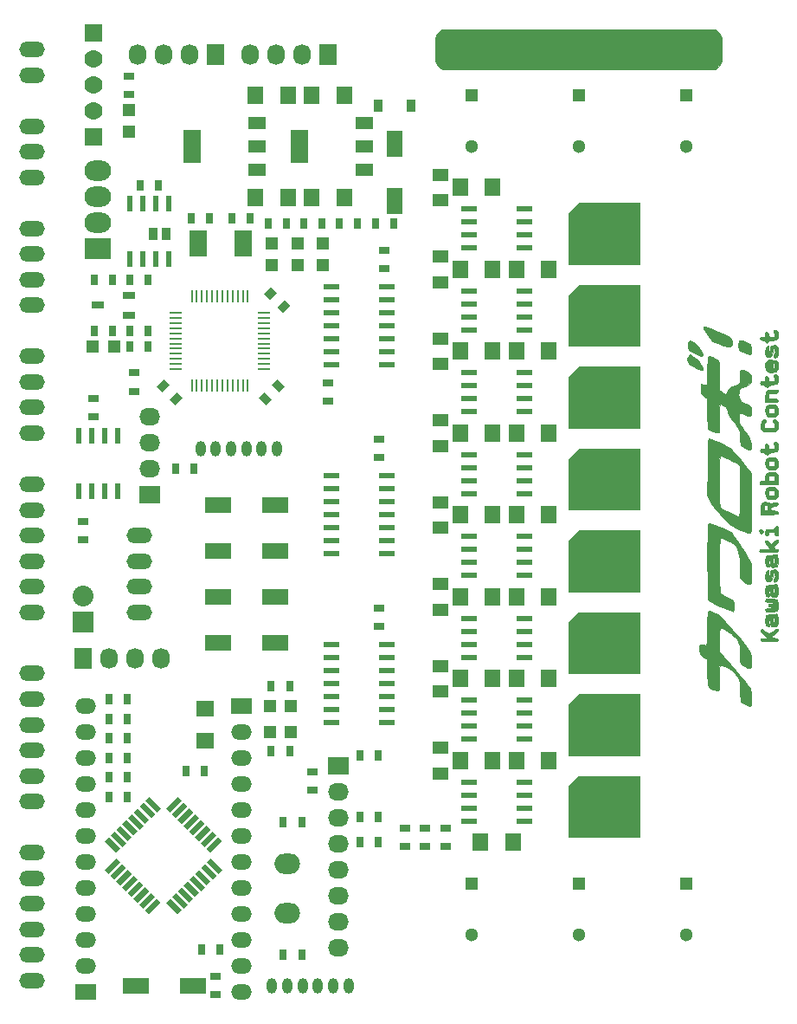
<source format=gbr>
G04 #@! TF.FileFunction,Soldermask,Top*
%FSLAX46Y46*%
G04 Gerber Fmt 4.6, Leading zero omitted, Abs format (unit mm)*
G04 Created by KiCad (PCBNEW 4.0.6) date 08/21/17 17:22:48*
%MOMM*%
%LPD*%
G01*
G04 APERTURE LIST*
%ADD10C,0.100000*%
%ADD11C,0.010000*%
%ADD12O,2.500000X1.500000*%
%ADD13R,0.800000X1.000000*%
%ADD14O,1.000000X1.524000*%
%ADD15R,1.800000X2.600000*%
%ADD16R,1.300000X1.300000*%
%ADD17C,1.300000*%
%ADD18R,1.000000X0.800000*%
%ADD19R,1.600000X1.800000*%
%ADD20R,1.198880X1.198880*%
%ADD21R,1.500000X1.300000*%
%ADD22R,0.250000X1.300000*%
%ADD23R,1.300000X0.250000*%
%ADD24R,1.700000X1.200000*%
%ADD25R,1.700000X3.300000*%
%ADD26R,1.550000X0.600000*%
%ADD27R,2.032000X1.727200*%
%ADD28O,2.032000X1.727200*%
%ADD29O,2.499360X1.998980*%
%ADD30R,1.727200X2.032000*%
%ADD31O,1.727200X2.032000*%
%ADD32R,1.500000X0.600000*%
%ADD33R,0.600000X1.550000*%
%ADD34R,2.600000X2.000000*%
%ADD35O,2.600000X2.000000*%
%ADD36R,0.910000X1.220000*%
%ADD37R,1.200000X0.800100*%
%ADD38R,2.032000X1.500000*%
%ADD39O,2.032000X1.500000*%
%ADD40R,2.032000X2.032000*%
%ADD41O,2.032000X2.032000*%
%ADD42C,1.770000*%
%ADD43R,1.770000X1.770000*%
%ADD44R,2.600000X1.500000*%
%ADD45R,1.500000X2.600000*%
%ADD46R,1.800000X1.600000*%
%ADD47R,0.965200X1.270000*%
%ADD48C,0.026000*%
G04 APERTURE END LIST*
D10*
D11*
G36*
X74403549Y-59177021D02*
X74423742Y-59176000D01*
X74532030Y-59220175D01*
X74695484Y-59331504D01*
X74768456Y-59390765D01*
X74931508Y-59520557D01*
X75051125Y-59598619D01*
X75078497Y-59608480D01*
X75163895Y-59569212D01*
X75323586Y-59464650D01*
X75469933Y-59357429D01*
X75725512Y-59181334D01*
X75893441Y-59113075D01*
X75981366Y-59151014D01*
X75999429Y-59244063D01*
X75939445Y-59373020D01*
X75777539Y-59537584D01*
X75668156Y-59622598D01*
X75484359Y-59760701D01*
X75404703Y-59846513D01*
X75412174Y-59907668D01*
X75464312Y-59953679D01*
X75632892Y-60024496D01*
X75795585Y-60046858D01*
X75948636Y-60073251D01*
X75998643Y-60169103D01*
X75999429Y-60192000D01*
X75990578Y-60254362D01*
X75947654Y-60295754D01*
X75846103Y-60320447D01*
X75661368Y-60332710D01*
X75368895Y-60336815D01*
X75164857Y-60337143D01*
X74806275Y-60335604D01*
X74568271Y-60328139D01*
X74426290Y-60310478D01*
X74355775Y-60278350D01*
X74332172Y-60227485D01*
X74330286Y-60192000D01*
X74350824Y-60102940D01*
X74436589Y-60059033D01*
X74623813Y-60044732D01*
X74675000Y-60044069D01*
X75019715Y-60041281D01*
X74674410Y-59735641D01*
X74473959Y-59532121D01*
X74355899Y-59357560D01*
X74329379Y-59232384D01*
X74403549Y-59177021D01*
X74403549Y-59177021D01*
G37*
X74403549Y-59177021D02*
X74423742Y-59176000D01*
X74532030Y-59220175D01*
X74695484Y-59331504D01*
X74768456Y-59390765D01*
X74931508Y-59520557D01*
X75051125Y-59598619D01*
X75078497Y-59608480D01*
X75163895Y-59569212D01*
X75323586Y-59464650D01*
X75469933Y-59357429D01*
X75725512Y-59181334D01*
X75893441Y-59113075D01*
X75981366Y-59151014D01*
X75999429Y-59244063D01*
X75939445Y-59373020D01*
X75777539Y-59537584D01*
X75668156Y-59622598D01*
X75484359Y-59760701D01*
X75404703Y-59846513D01*
X75412174Y-59907668D01*
X75464312Y-59953679D01*
X75632892Y-60024496D01*
X75795585Y-60046858D01*
X75948636Y-60073251D01*
X75998643Y-60169103D01*
X75999429Y-60192000D01*
X75990578Y-60254362D01*
X75947654Y-60295754D01*
X75846103Y-60320447D01*
X75661368Y-60332710D01*
X75368895Y-60336815D01*
X75164857Y-60337143D01*
X74806275Y-60335604D01*
X74568271Y-60328139D01*
X74426290Y-60310478D01*
X74355775Y-60278350D01*
X74332172Y-60227485D01*
X74330286Y-60192000D01*
X74350824Y-60102940D01*
X74436589Y-60059033D01*
X74623813Y-60044732D01*
X74675000Y-60044069D01*
X75019715Y-60041281D01*
X74674410Y-59735641D01*
X74473959Y-59532121D01*
X74355899Y-59357560D01*
X74329379Y-59232384D01*
X74403549Y-59177021D01*
G36*
X74786667Y-58007139D02*
X74829065Y-57854374D01*
X74856429Y-57821228D01*
X74975914Y-57781705D01*
X75185371Y-57741453D01*
X75346286Y-57719983D01*
X75589336Y-57689948D01*
X75782669Y-57660525D01*
X75854286Y-57645752D01*
X75917531Y-57691619D01*
X75963134Y-57842840D01*
X75989798Y-58060551D01*
X75996224Y-58305886D01*
X75981116Y-58539981D01*
X75943174Y-58723970D01*
X75893198Y-58810963D01*
X75723481Y-58885869D01*
X75648717Y-58890350D01*
X75648717Y-58595429D01*
X75692287Y-58535485D01*
X75699302Y-58393020D01*
X75676390Y-58224080D01*
X75630182Y-58084713D01*
X75582143Y-58032562D01*
X75510931Y-58068071D01*
X75491429Y-58184303D01*
X75516637Y-58411509D01*
X75582719Y-58559251D01*
X75648717Y-58595429D01*
X75648717Y-58890350D01*
X75518376Y-58898163D01*
X75352856Y-58845496D01*
X75332640Y-58828526D01*
X75279441Y-58714897D01*
X75233285Y-58516351D01*
X75219788Y-58420312D01*
X75179042Y-58202444D01*
X75128436Y-58100680D01*
X75082933Y-58122224D01*
X75057491Y-58274283D01*
X75056000Y-58341429D01*
X75074228Y-58509315D01*
X75119048Y-58593235D01*
X75128572Y-58595429D01*
X75187535Y-58656211D01*
X75201143Y-58740572D01*
X75148030Y-58855242D01*
X75022968Y-58884874D01*
X74877372Y-58820899D01*
X74852800Y-58798629D01*
X74800530Y-58675482D01*
X74772210Y-58468588D01*
X74767652Y-58228842D01*
X74786667Y-58007139D01*
X74786667Y-58007139D01*
G37*
X74786667Y-58007139D02*
X74829065Y-57854374D01*
X74856429Y-57821228D01*
X74975914Y-57781705D01*
X75185371Y-57741453D01*
X75346286Y-57719983D01*
X75589336Y-57689948D01*
X75782669Y-57660525D01*
X75854286Y-57645752D01*
X75917531Y-57691619D01*
X75963134Y-57842840D01*
X75989798Y-58060551D01*
X75996224Y-58305886D01*
X75981116Y-58539981D01*
X75943174Y-58723970D01*
X75893198Y-58810963D01*
X75723481Y-58885869D01*
X75648717Y-58890350D01*
X75648717Y-58595429D01*
X75692287Y-58535485D01*
X75699302Y-58393020D01*
X75676390Y-58224080D01*
X75630182Y-58084713D01*
X75582143Y-58032562D01*
X75510931Y-58068071D01*
X75491429Y-58184303D01*
X75516637Y-58411509D01*
X75582719Y-58559251D01*
X75648717Y-58595429D01*
X75648717Y-58890350D01*
X75518376Y-58898163D01*
X75352856Y-58845496D01*
X75332640Y-58828526D01*
X75279441Y-58714897D01*
X75233285Y-58516351D01*
X75219788Y-58420312D01*
X75179042Y-58202444D01*
X75128436Y-58100680D01*
X75082933Y-58122224D01*
X75057491Y-58274283D01*
X75056000Y-58341429D01*
X75074228Y-58509315D01*
X75119048Y-58593235D01*
X75128572Y-58595429D01*
X75187535Y-58656211D01*
X75201143Y-58740572D01*
X75148030Y-58855242D01*
X75022968Y-58884874D01*
X74877372Y-58820899D01*
X74852800Y-58798629D01*
X74800530Y-58675482D01*
X74772210Y-58468588D01*
X74767652Y-58228842D01*
X74786667Y-58007139D01*
G36*
X74780417Y-57210594D02*
X74845903Y-57166801D01*
X74994246Y-57147896D01*
X75237429Y-57144000D01*
X75499137Y-57131135D01*
X75658187Y-57099094D01*
X75704491Y-57057708D01*
X75627958Y-57016811D01*
X75418497Y-56986235D01*
X75400715Y-56984887D01*
X75201640Y-56957964D01*
X75111086Y-56902447D01*
X75092286Y-56817429D01*
X75118891Y-56721822D01*
X75222942Y-56671680D01*
X75400715Y-56649971D01*
X75618895Y-56620479D01*
X75703610Y-56580169D01*
X75665082Y-56538704D01*
X75513537Y-56505748D01*
X75259198Y-56490966D01*
X75232382Y-56490858D01*
X74977562Y-56487463D01*
X74837109Y-56470131D01*
X74780280Y-56428137D01*
X74776334Y-56350759D01*
X74778810Y-56332640D01*
X74801976Y-56250067D01*
X74862936Y-56204599D01*
X74994620Y-56187578D01*
X75229958Y-56190346D01*
X75309355Y-56193133D01*
X75576599Y-56212854D01*
X75791367Y-56246652D01*
X75907559Y-56287247D01*
X75908069Y-56287665D01*
X75960614Y-56403760D01*
X75990809Y-56612581D01*
X75998450Y-56863411D01*
X75983332Y-57105533D01*
X75945251Y-57288231D01*
X75912343Y-57347200D01*
X75791390Y-57394614D01*
X75559563Y-57425153D01*
X75295486Y-57434286D01*
X75021684Y-57430675D01*
X74862506Y-57414280D01*
X74787499Y-57376759D01*
X74766213Y-57309768D01*
X74765715Y-57289143D01*
X74780417Y-57210594D01*
X74780417Y-57210594D01*
G37*
X74780417Y-57210594D02*
X74845903Y-57166801D01*
X74994246Y-57147896D01*
X75237429Y-57144000D01*
X75499137Y-57131135D01*
X75658187Y-57099094D01*
X75704491Y-57057708D01*
X75627958Y-57016811D01*
X75418497Y-56986235D01*
X75400715Y-56984887D01*
X75201640Y-56957964D01*
X75111086Y-56902447D01*
X75092286Y-56817429D01*
X75118891Y-56721822D01*
X75222942Y-56671680D01*
X75400715Y-56649971D01*
X75618895Y-56620479D01*
X75703610Y-56580169D01*
X75665082Y-56538704D01*
X75513537Y-56505748D01*
X75259198Y-56490966D01*
X75232382Y-56490858D01*
X74977562Y-56487463D01*
X74837109Y-56470131D01*
X74780280Y-56428137D01*
X74776334Y-56350759D01*
X74778810Y-56332640D01*
X74801976Y-56250067D01*
X74862936Y-56204599D01*
X74994620Y-56187578D01*
X75229958Y-56190346D01*
X75309355Y-56193133D01*
X75576599Y-56212854D01*
X75791367Y-56246652D01*
X75907559Y-56287247D01*
X75908069Y-56287665D01*
X75960614Y-56403760D01*
X75990809Y-56612581D01*
X75998450Y-56863411D01*
X75983332Y-57105533D01*
X75945251Y-57288231D01*
X75912343Y-57347200D01*
X75791390Y-57394614D01*
X75559563Y-57425153D01*
X75295486Y-57434286D01*
X75021684Y-57430675D01*
X74862506Y-57414280D01*
X74787499Y-57376759D01*
X74766213Y-57309768D01*
X74765715Y-57289143D01*
X74780417Y-57210594D01*
G36*
X74786667Y-55104282D02*
X74829065Y-54951517D01*
X74856429Y-54918371D01*
X74975914Y-54878848D01*
X75185371Y-54838596D01*
X75346286Y-54817126D01*
X75589336Y-54787091D01*
X75782669Y-54757668D01*
X75854286Y-54742895D01*
X75917531Y-54788761D01*
X75963134Y-54939983D01*
X75989798Y-55157693D01*
X75996224Y-55403029D01*
X75981116Y-55637124D01*
X75943174Y-55821113D01*
X75893198Y-55908106D01*
X75723481Y-55983012D01*
X75648717Y-55987493D01*
X75648717Y-55692572D01*
X75692287Y-55632628D01*
X75699302Y-55490163D01*
X75676390Y-55321223D01*
X75630182Y-55181856D01*
X75582143Y-55129705D01*
X75510931Y-55165214D01*
X75491429Y-55281446D01*
X75516637Y-55508652D01*
X75582719Y-55656394D01*
X75648717Y-55692572D01*
X75648717Y-55987493D01*
X75518376Y-55995306D01*
X75352856Y-55942639D01*
X75332640Y-55925669D01*
X75279441Y-55812039D01*
X75233285Y-55613494D01*
X75219788Y-55517454D01*
X75179042Y-55299587D01*
X75128436Y-55197823D01*
X75082933Y-55219367D01*
X75057491Y-55371426D01*
X75056000Y-55438572D01*
X75074228Y-55606458D01*
X75119048Y-55690378D01*
X75128572Y-55692572D01*
X75187535Y-55753354D01*
X75201143Y-55837715D01*
X75148030Y-55952385D01*
X75022968Y-55982017D01*
X74877372Y-55918042D01*
X74852800Y-55895772D01*
X74800530Y-55772625D01*
X74772210Y-55565731D01*
X74767652Y-55325985D01*
X74786667Y-55104282D01*
X74786667Y-55104282D01*
G37*
X74786667Y-55104282D02*
X74829065Y-54951517D01*
X74856429Y-54918371D01*
X74975914Y-54878848D01*
X75185371Y-54838596D01*
X75346286Y-54817126D01*
X75589336Y-54787091D01*
X75782669Y-54757668D01*
X75854286Y-54742895D01*
X75917531Y-54788761D01*
X75963134Y-54939983D01*
X75989798Y-55157693D01*
X75996224Y-55403029D01*
X75981116Y-55637124D01*
X75943174Y-55821113D01*
X75893198Y-55908106D01*
X75723481Y-55983012D01*
X75648717Y-55987493D01*
X75648717Y-55692572D01*
X75692287Y-55632628D01*
X75699302Y-55490163D01*
X75676390Y-55321223D01*
X75630182Y-55181856D01*
X75582143Y-55129705D01*
X75510931Y-55165214D01*
X75491429Y-55281446D01*
X75516637Y-55508652D01*
X75582719Y-55656394D01*
X75648717Y-55692572D01*
X75648717Y-55987493D01*
X75518376Y-55995306D01*
X75352856Y-55942639D01*
X75332640Y-55925669D01*
X75279441Y-55812039D01*
X75233285Y-55613494D01*
X75219788Y-55517454D01*
X75179042Y-55299587D01*
X75128436Y-55197823D01*
X75082933Y-55219367D01*
X75057491Y-55371426D01*
X75056000Y-55438572D01*
X75074228Y-55606458D01*
X75119048Y-55690378D01*
X75128572Y-55692572D01*
X75187535Y-55753354D01*
X75201143Y-55837715D01*
X75148030Y-55952385D01*
X75022968Y-55982017D01*
X74877372Y-55918042D01*
X74852800Y-55895772D01*
X74800530Y-55772625D01*
X74772210Y-55565731D01*
X74767652Y-55325985D01*
X74786667Y-55104282D01*
G36*
X74790257Y-53645283D02*
X74866827Y-53450169D01*
X74999839Y-53372569D01*
X75034863Y-53370286D01*
X75087031Y-53406218D01*
X75102894Y-53531200D01*
X75085466Y-53771009D01*
X75083654Y-53787572D01*
X75064984Y-54027781D01*
X75078078Y-54136179D01*
X75114724Y-54132286D01*
X75166647Y-54019889D01*
X75205954Y-53822946D01*
X75214705Y-53734490D01*
X75242422Y-53523073D01*
X75304700Y-53408483D01*
X75428050Y-53342628D01*
X75431376Y-53341459D01*
X75627896Y-53315550D01*
X75812376Y-53396213D01*
X75918818Y-53482637D01*
X75975146Y-53593217D01*
X75996738Y-53773473D01*
X75999429Y-53949977D01*
X75990461Y-54206120D01*
X75956412Y-54356484D01*
X75886567Y-54439721D01*
X75859057Y-54456304D01*
X75711801Y-54517589D01*
X75641343Y-54531429D01*
X75579730Y-54474834D01*
X75567423Y-54352434D01*
X75605461Y-54235304D01*
X75636572Y-54204857D01*
X75695540Y-54104547D01*
X75712394Y-53943401D01*
X75691059Y-53780293D01*
X75635462Y-53674102D01*
X75600286Y-53660572D01*
X75522869Y-53710964D01*
X75492588Y-53875917D01*
X75491429Y-53936987D01*
X75445465Y-54225483D01*
X75317585Y-54412891D01*
X75122804Y-54485470D01*
X74929000Y-54451660D01*
X74835914Y-54399622D01*
X74786660Y-54305945D01*
X74767893Y-54131076D01*
X74765715Y-53967710D01*
X74790257Y-53645283D01*
X74790257Y-53645283D01*
G37*
X74790257Y-53645283D02*
X74866827Y-53450169D01*
X74999839Y-53372569D01*
X75034863Y-53370286D01*
X75087031Y-53406218D01*
X75102894Y-53531200D01*
X75085466Y-53771009D01*
X75083654Y-53787572D01*
X75064984Y-54027781D01*
X75078078Y-54136179D01*
X75114724Y-54132286D01*
X75166647Y-54019889D01*
X75205954Y-53822946D01*
X75214705Y-53734490D01*
X75242422Y-53523073D01*
X75304700Y-53408483D01*
X75428050Y-53342628D01*
X75431376Y-53341459D01*
X75627896Y-53315550D01*
X75812376Y-53396213D01*
X75918818Y-53482637D01*
X75975146Y-53593217D01*
X75996738Y-53773473D01*
X75999429Y-53949977D01*
X75990461Y-54206120D01*
X75956412Y-54356484D01*
X75886567Y-54439721D01*
X75859057Y-54456304D01*
X75711801Y-54517589D01*
X75641343Y-54531429D01*
X75579730Y-54474834D01*
X75567423Y-54352434D01*
X75605461Y-54235304D01*
X75636572Y-54204857D01*
X75695540Y-54104547D01*
X75712394Y-53943401D01*
X75691059Y-53780293D01*
X75635462Y-53674102D01*
X75600286Y-53660572D01*
X75522869Y-53710964D01*
X75492588Y-53875917D01*
X75491429Y-53936987D01*
X75445465Y-54225483D01*
X75317585Y-54412891D01*
X75122804Y-54485470D01*
X74929000Y-54451660D01*
X74835914Y-54399622D01*
X74786660Y-54305945D01*
X74767893Y-54131076D01*
X74765715Y-53967710D01*
X74790257Y-53645283D01*
G36*
X74786667Y-52201425D02*
X74829065Y-52048660D01*
X74856429Y-52015514D01*
X74975914Y-51975991D01*
X75185371Y-51935739D01*
X75346286Y-51914268D01*
X75589336Y-51884233D01*
X75782669Y-51854811D01*
X75854286Y-51840038D01*
X75917531Y-51885904D01*
X75963134Y-52037125D01*
X75989798Y-52254836D01*
X75996224Y-52500172D01*
X75981116Y-52734266D01*
X75943174Y-52918256D01*
X75893198Y-53005249D01*
X75723481Y-53080155D01*
X75648717Y-53084636D01*
X75648717Y-52789715D01*
X75692287Y-52729771D01*
X75699302Y-52587305D01*
X75676390Y-52418365D01*
X75630182Y-52278998D01*
X75582143Y-52226848D01*
X75510931Y-52262356D01*
X75491429Y-52378589D01*
X75516637Y-52605795D01*
X75582719Y-52753537D01*
X75648717Y-52789715D01*
X75648717Y-53084636D01*
X75518376Y-53092449D01*
X75352856Y-53039782D01*
X75332640Y-53022812D01*
X75279441Y-52909182D01*
X75233285Y-52710636D01*
X75219788Y-52614597D01*
X75179042Y-52396730D01*
X75128436Y-52294966D01*
X75082933Y-52316510D01*
X75057491Y-52468568D01*
X75056000Y-52535715D01*
X75074228Y-52703601D01*
X75119048Y-52787521D01*
X75128572Y-52789715D01*
X75187535Y-52850497D01*
X75201143Y-52934857D01*
X75148030Y-53049528D01*
X75022968Y-53079160D01*
X74877372Y-53015184D01*
X74852800Y-52992915D01*
X74800530Y-52869767D01*
X74772210Y-52662873D01*
X74767652Y-52423128D01*
X74786667Y-52201425D01*
X74786667Y-52201425D01*
G37*
X74786667Y-52201425D02*
X74829065Y-52048660D01*
X74856429Y-52015514D01*
X74975914Y-51975991D01*
X75185371Y-51935739D01*
X75346286Y-51914268D01*
X75589336Y-51884233D01*
X75782669Y-51854811D01*
X75854286Y-51840038D01*
X75917531Y-51885904D01*
X75963134Y-52037125D01*
X75989798Y-52254836D01*
X75996224Y-52500172D01*
X75981116Y-52734266D01*
X75943174Y-52918256D01*
X75893198Y-53005249D01*
X75723481Y-53080155D01*
X75648717Y-53084636D01*
X75648717Y-52789715D01*
X75692287Y-52729771D01*
X75699302Y-52587305D01*
X75676390Y-52418365D01*
X75630182Y-52278998D01*
X75582143Y-52226848D01*
X75510931Y-52262356D01*
X75491429Y-52378589D01*
X75516637Y-52605795D01*
X75582719Y-52753537D01*
X75648717Y-52789715D01*
X75648717Y-53084636D01*
X75518376Y-53092449D01*
X75352856Y-53039782D01*
X75332640Y-53022812D01*
X75279441Y-52909182D01*
X75233285Y-52710636D01*
X75219788Y-52614597D01*
X75179042Y-52396730D01*
X75128436Y-52294966D01*
X75082933Y-52316510D01*
X75057491Y-52468568D01*
X75056000Y-52535715D01*
X75074228Y-52703601D01*
X75119048Y-52787521D01*
X75128572Y-52789715D01*
X75187535Y-52850497D01*
X75201143Y-52934857D01*
X75148030Y-53049528D01*
X75022968Y-53079160D01*
X74877372Y-53015184D01*
X74852800Y-52992915D01*
X74800530Y-52869767D01*
X74772210Y-52662873D01*
X74767652Y-52423128D01*
X74786667Y-52201425D01*
G36*
X74197877Y-51409525D02*
X74256036Y-51366012D01*
X74389556Y-51344989D01*
X74628373Y-51338554D01*
X74735084Y-51338286D01*
X75285025Y-51338286D01*
X75025370Y-51034938D01*
X74856417Y-50803085D01*
X74774670Y-50620183D01*
X74774584Y-50503764D01*
X74850613Y-50471361D01*
X74997212Y-50540507D01*
X75143085Y-50662762D01*
X75346970Y-50858096D01*
X75585940Y-50626477D01*
X75747636Y-50486939D01*
X75877509Y-50404431D01*
X75912170Y-50394857D01*
X75992866Y-50442632D01*
X75982021Y-50566691D01*
X75888110Y-50738140D01*
X75770361Y-50878286D01*
X75633136Y-51034526D01*
X75591917Y-51136519D01*
X75631456Y-51223232D01*
X75634104Y-51226455D01*
X75777003Y-51321263D01*
X75863172Y-51338286D01*
X75977921Y-51393735D01*
X75999429Y-51483429D01*
X75991167Y-51543663D01*
X75950662Y-51584449D01*
X75854336Y-51609557D01*
X75678610Y-51622761D01*
X75399907Y-51627834D01*
X75092286Y-51628572D01*
X74715820Y-51627250D01*
X74460913Y-51620769D01*
X74303985Y-51605357D01*
X74221459Y-51577241D01*
X74189757Y-51532648D01*
X74185143Y-51483429D01*
X74197877Y-51409525D01*
X74197877Y-51409525D01*
G37*
X74197877Y-51409525D02*
X74256036Y-51366012D01*
X74389556Y-51344989D01*
X74628373Y-51338554D01*
X74735084Y-51338286D01*
X75285025Y-51338286D01*
X75025370Y-51034938D01*
X74856417Y-50803085D01*
X74774670Y-50620183D01*
X74774584Y-50503764D01*
X74850613Y-50471361D01*
X74997212Y-50540507D01*
X75143085Y-50662762D01*
X75346970Y-50858096D01*
X75585940Y-50626477D01*
X75747636Y-50486939D01*
X75877509Y-50404431D01*
X75912170Y-50394857D01*
X75992866Y-50442632D01*
X75982021Y-50566691D01*
X75888110Y-50738140D01*
X75770361Y-50878286D01*
X75633136Y-51034526D01*
X75591917Y-51136519D01*
X75631456Y-51223232D01*
X75634104Y-51226455D01*
X75777003Y-51321263D01*
X75863172Y-51338286D01*
X75977921Y-51393735D01*
X75999429Y-51483429D01*
X75991167Y-51543663D01*
X75950662Y-51584449D01*
X75854336Y-51609557D01*
X75678610Y-51622761D01*
X75399907Y-51627834D01*
X75092286Y-51628572D01*
X74715820Y-51627250D01*
X74460913Y-51620769D01*
X74303985Y-51605357D01*
X74221459Y-51577241D01*
X74189757Y-51532648D01*
X74185143Y-51483429D01*
X74197877Y-51409525D01*
G36*
X74777537Y-49756313D02*
X74779383Y-49729755D01*
X74802000Y-49415143D01*
X75255572Y-49393537D01*
X75506227Y-49375900D01*
X75643832Y-49345570D01*
X75700476Y-49290996D01*
X75709143Y-49230252D01*
X75762146Y-49111416D01*
X75854286Y-49088572D01*
X75932835Y-49103274D01*
X75976628Y-49168760D01*
X75995533Y-49317104D01*
X75999429Y-49560286D01*
X75994905Y-49815570D01*
X75974755Y-49957897D01*
X75929111Y-50019339D01*
X75854286Y-50032000D01*
X75740470Y-49989479D01*
X75709143Y-49850572D01*
X75695324Y-49737973D01*
X75627766Y-49685052D01*
X75467322Y-49669719D01*
X75387619Y-49669143D01*
X75183847Y-49679317D01*
X75083329Y-49722796D01*
X75044843Y-49819020D01*
X75042905Y-49831688D01*
X74973000Y-49970327D01*
X74888240Y-50019299D01*
X74807263Y-50015257D01*
X74774601Y-49938871D01*
X74777537Y-49756313D01*
X74777537Y-49756313D01*
G37*
X74777537Y-49756313D02*
X74779383Y-49729755D01*
X74802000Y-49415143D01*
X75255572Y-49393537D01*
X75506227Y-49375900D01*
X75643832Y-49345570D01*
X75700476Y-49290996D01*
X75709143Y-49230252D01*
X75762146Y-49111416D01*
X75854286Y-49088572D01*
X75932835Y-49103274D01*
X75976628Y-49168760D01*
X75995533Y-49317104D01*
X75999429Y-49560286D01*
X75994905Y-49815570D01*
X75974755Y-49957897D01*
X75929111Y-50019339D01*
X75854286Y-50032000D01*
X75740470Y-49989479D01*
X75709143Y-49850572D01*
X75695324Y-49737973D01*
X75627766Y-49685052D01*
X75467322Y-49669719D01*
X75387619Y-49669143D01*
X75183847Y-49679317D01*
X75083329Y-49722796D01*
X75044843Y-49819020D01*
X75042905Y-49831688D01*
X74973000Y-49970327D01*
X74888240Y-50019299D01*
X74807263Y-50015257D01*
X74774601Y-49938871D01*
X74777537Y-49756313D01*
G36*
X74336245Y-47147937D02*
X74361010Y-46977701D01*
X74414917Y-46873313D01*
X74491577Y-46806687D01*
X74746716Y-46702400D01*
X75001512Y-46742316D01*
X75104848Y-46801381D01*
X75221001Y-46862627D01*
X75352123Y-46868462D01*
X75554575Y-46819847D01*
X75588872Y-46809638D01*
X75818171Y-46750766D01*
X75942945Y-46754741D01*
X75992939Y-46829292D01*
X75999429Y-46916286D01*
X75950889Y-47009475D01*
X75791073Y-47086436D01*
X75636572Y-47129143D01*
X75418303Y-47191606D01*
X75309228Y-47258898D01*
X75274739Y-47355554D01*
X75273715Y-47386405D01*
X75290123Y-47491008D01*
X75364286Y-47546120D01*
X75533610Y-47572611D01*
X75618429Y-47578738D01*
X75832445Y-47602527D01*
X75940879Y-47651228D01*
X75983205Y-47744733D01*
X75986333Y-47764143D01*
X75991225Y-47833972D01*
X75966327Y-47880372D01*
X75887702Y-47908130D01*
X75731411Y-47922034D01*
X75473518Y-47926870D01*
X75169905Y-47927429D01*
X74802000Y-47927429D01*
X74802000Y-47564572D01*
X74924693Y-47545595D01*
X74974921Y-47460196D01*
X74983429Y-47310572D01*
X74969874Y-47138802D01*
X74908875Y-47068483D01*
X74802000Y-47056572D01*
X74679308Y-47075549D01*
X74629080Y-47160947D01*
X74620572Y-47310572D01*
X74634127Y-47482342D01*
X74695126Y-47552661D01*
X74802000Y-47564572D01*
X74802000Y-47927429D01*
X74330286Y-47927429D01*
X74330286Y-47423544D01*
X74336245Y-47147937D01*
X74336245Y-47147937D01*
G37*
X74336245Y-47147937D02*
X74361010Y-46977701D01*
X74414917Y-46873313D01*
X74491577Y-46806687D01*
X74746716Y-46702400D01*
X75001512Y-46742316D01*
X75104848Y-46801381D01*
X75221001Y-46862627D01*
X75352123Y-46868462D01*
X75554575Y-46819847D01*
X75588872Y-46809638D01*
X75818171Y-46750766D01*
X75942945Y-46754741D01*
X75992939Y-46829292D01*
X75999429Y-46916286D01*
X75950889Y-47009475D01*
X75791073Y-47086436D01*
X75636572Y-47129143D01*
X75418303Y-47191606D01*
X75309228Y-47258898D01*
X75274739Y-47355554D01*
X75273715Y-47386405D01*
X75290123Y-47491008D01*
X75364286Y-47546120D01*
X75533610Y-47572611D01*
X75618429Y-47578738D01*
X75832445Y-47602527D01*
X75940879Y-47651228D01*
X75983205Y-47744733D01*
X75986333Y-47764143D01*
X75991225Y-47833972D01*
X75966327Y-47880372D01*
X75887702Y-47908130D01*
X75731411Y-47922034D01*
X75473518Y-47926870D01*
X75169905Y-47927429D01*
X74802000Y-47927429D01*
X74802000Y-47564572D01*
X74924693Y-47545595D01*
X74974921Y-47460196D01*
X74983429Y-47310572D01*
X74969874Y-47138802D01*
X74908875Y-47068483D01*
X74802000Y-47056572D01*
X74679308Y-47075549D01*
X74629080Y-47160947D01*
X74620572Y-47310572D01*
X74634127Y-47482342D01*
X74695126Y-47552661D01*
X74802000Y-47564572D01*
X74802000Y-47927429D01*
X74330286Y-47927429D01*
X74330286Y-47423544D01*
X74336245Y-47147937D01*
G36*
X74800099Y-45553745D02*
X74915196Y-45361286D01*
X75128920Y-45263853D01*
X75382572Y-45242286D01*
X75687970Y-45276671D01*
X75880429Y-45391768D01*
X75977862Y-45605492D01*
X75999429Y-45859143D01*
X75988069Y-46105108D01*
X75943952Y-46254057D01*
X75852018Y-46353031D01*
X75838138Y-46363028D01*
X75659836Y-46437102D01*
X75427194Y-46474794D01*
X75382572Y-46476000D01*
X75382572Y-46113143D01*
X75583232Y-46107721D01*
X75678250Y-46070972D01*
X75707129Y-45972174D01*
X75709143Y-45859143D01*
X75702172Y-45703075D01*
X75654923Y-45629171D01*
X75527897Y-45606710D01*
X75382572Y-45605143D01*
X75181912Y-45610566D01*
X75086893Y-45647314D01*
X75058015Y-45746112D01*
X75056000Y-45859143D01*
X75062972Y-46015212D01*
X75110220Y-46089115D01*
X75237246Y-46111576D01*
X75382572Y-46113143D01*
X75382572Y-46476000D01*
X75077173Y-46441616D01*
X74884714Y-46326519D01*
X74787281Y-46112795D01*
X74765715Y-45859143D01*
X74800099Y-45553745D01*
X74800099Y-45553745D01*
G37*
X74800099Y-45553745D02*
X74915196Y-45361286D01*
X75128920Y-45263853D01*
X75382572Y-45242286D01*
X75687970Y-45276671D01*
X75880429Y-45391768D01*
X75977862Y-45605492D01*
X75999429Y-45859143D01*
X75988069Y-46105108D01*
X75943952Y-46254057D01*
X75852018Y-46353031D01*
X75838138Y-46363028D01*
X75659836Y-46437102D01*
X75427194Y-46474794D01*
X75382572Y-46476000D01*
X75382572Y-46113143D01*
X75583232Y-46107721D01*
X75678250Y-46070972D01*
X75707129Y-45972174D01*
X75709143Y-45859143D01*
X75702172Y-45703075D01*
X75654923Y-45629171D01*
X75527897Y-45606710D01*
X75382572Y-45605143D01*
X75181912Y-45610566D01*
X75086893Y-45647314D01*
X75058015Y-45746112D01*
X75056000Y-45859143D01*
X75062972Y-46015212D01*
X75110220Y-46089115D01*
X75237246Y-46111576D01*
X75382572Y-46113143D01*
X75382572Y-46476000D01*
X75077173Y-46441616D01*
X74884714Y-46326519D01*
X74787281Y-46112795D01*
X74765715Y-45859143D01*
X74800099Y-45553745D01*
G36*
X74197251Y-44868297D02*
X74198239Y-44861286D01*
X74244608Y-44747111D01*
X74368516Y-44691459D01*
X74493572Y-44675477D01*
X74662386Y-44654152D01*
X74741213Y-44598864D01*
X74764329Y-44466716D01*
X74765715Y-44334878D01*
X74786139Y-44103359D01*
X74860473Y-43960505D01*
X74927005Y-43903830D01*
X75150251Y-43817207D01*
X75432219Y-43795820D01*
X75701976Y-43839668D01*
X75838138Y-43903830D01*
X75925023Y-43983301D01*
X75973962Y-44094949D01*
X75995290Y-44278297D01*
X75999429Y-44520687D01*
X75999429Y-45024572D01*
X75382572Y-45024572D01*
X75382572Y-44661715D01*
X75583232Y-44656292D01*
X75678250Y-44619544D01*
X75707129Y-44520746D01*
X75709143Y-44407715D01*
X75702172Y-44251646D01*
X75654923Y-44177742D01*
X75527897Y-44155281D01*
X75382572Y-44153715D01*
X75181912Y-44159137D01*
X75086893Y-44195886D01*
X75058015Y-44294684D01*
X75056000Y-44407715D01*
X75062972Y-44563783D01*
X75110220Y-44637687D01*
X75237246Y-44660148D01*
X75382572Y-44661715D01*
X75382572Y-45024572D01*
X75087239Y-45024572D01*
X74710363Y-45023755D01*
X74455605Y-45018485D01*
X74299940Y-45004534D01*
X74220343Y-44977671D01*
X74193788Y-44933669D01*
X74197251Y-44868297D01*
X74197251Y-44868297D01*
G37*
X74197251Y-44868297D02*
X74198239Y-44861286D01*
X74244608Y-44747111D01*
X74368516Y-44691459D01*
X74493572Y-44675477D01*
X74662386Y-44654152D01*
X74741213Y-44598864D01*
X74764329Y-44466716D01*
X74765715Y-44334878D01*
X74786139Y-44103359D01*
X74860473Y-43960505D01*
X74927005Y-43903830D01*
X75150251Y-43817207D01*
X75432219Y-43795820D01*
X75701976Y-43839668D01*
X75838138Y-43903830D01*
X75925023Y-43983301D01*
X75973962Y-44094949D01*
X75995290Y-44278297D01*
X75999429Y-44520687D01*
X75999429Y-45024572D01*
X75382572Y-45024572D01*
X75382572Y-44661715D01*
X75583232Y-44656292D01*
X75678250Y-44619544D01*
X75707129Y-44520746D01*
X75709143Y-44407715D01*
X75702172Y-44251646D01*
X75654923Y-44177742D01*
X75527897Y-44155281D01*
X75382572Y-44153715D01*
X75181912Y-44159137D01*
X75086893Y-44195886D01*
X75058015Y-44294684D01*
X75056000Y-44407715D01*
X75062972Y-44563783D01*
X75110220Y-44637687D01*
X75237246Y-44660148D01*
X75382572Y-44661715D01*
X75382572Y-45024572D01*
X75087239Y-45024572D01*
X74710363Y-45023755D01*
X74455605Y-45018485D01*
X74299940Y-45004534D01*
X74220343Y-44977671D01*
X74193788Y-44933669D01*
X74197251Y-44868297D01*
G36*
X74800099Y-42650887D02*
X74915196Y-42458429D01*
X75128920Y-42360996D01*
X75382572Y-42339429D01*
X75687970Y-42373814D01*
X75880429Y-42488911D01*
X75977862Y-42702635D01*
X75999429Y-42956286D01*
X75988069Y-43202251D01*
X75943952Y-43351200D01*
X75852018Y-43450174D01*
X75838138Y-43460171D01*
X75659836Y-43534245D01*
X75427194Y-43571937D01*
X75382572Y-43573143D01*
X75382572Y-43210286D01*
X75583232Y-43204864D01*
X75678250Y-43168115D01*
X75707129Y-43069317D01*
X75709143Y-42956286D01*
X75702172Y-42800217D01*
X75654923Y-42726314D01*
X75527897Y-42703853D01*
X75382572Y-42702286D01*
X75181912Y-42707708D01*
X75086893Y-42744457D01*
X75058015Y-42843255D01*
X75056000Y-42956286D01*
X75062972Y-43112355D01*
X75110220Y-43186258D01*
X75237246Y-43208719D01*
X75382572Y-43210286D01*
X75382572Y-43573143D01*
X75077173Y-43538759D01*
X74884714Y-43423661D01*
X74787281Y-43209938D01*
X74765715Y-42956286D01*
X74800099Y-42650887D01*
X74800099Y-42650887D01*
G37*
X74800099Y-42650887D02*
X74915196Y-42458429D01*
X75128920Y-42360996D01*
X75382572Y-42339429D01*
X75687970Y-42373814D01*
X75880429Y-42488911D01*
X75977862Y-42702635D01*
X75999429Y-42956286D01*
X75988069Y-43202251D01*
X75943952Y-43351200D01*
X75852018Y-43450174D01*
X75838138Y-43460171D01*
X75659836Y-43534245D01*
X75427194Y-43571937D01*
X75382572Y-43573143D01*
X75382572Y-43210286D01*
X75583232Y-43204864D01*
X75678250Y-43168115D01*
X75707129Y-43069317D01*
X75709143Y-42956286D01*
X75702172Y-42800217D01*
X75654923Y-42726314D01*
X75527897Y-42703853D01*
X75382572Y-42702286D01*
X75181912Y-42707708D01*
X75086893Y-42744457D01*
X75058015Y-42843255D01*
X75056000Y-42956286D01*
X75062972Y-43112355D01*
X75110220Y-43186258D01*
X75237246Y-43208719D01*
X75382572Y-43210286D01*
X75382572Y-43573143D01*
X75077173Y-43538759D01*
X74884714Y-43423661D01*
X74787281Y-43209938D01*
X74765715Y-42956286D01*
X74800099Y-42650887D01*
G36*
X74273848Y-41595209D02*
X74350676Y-41549538D01*
X74506667Y-41541143D01*
X74679043Y-41530633D01*
X74750664Y-41469674D01*
X74765630Y-41314119D01*
X74765715Y-41281822D01*
X74779893Y-41107939D01*
X74834151Y-41044868D01*
X74892715Y-41046559D01*
X75000772Y-41137951D01*
X75042456Y-41305880D01*
X75066077Y-41451411D01*
X75127901Y-41519739D01*
X75270573Y-41539969D01*
X75387170Y-41541143D01*
X75586892Y-41533370D01*
X75680828Y-41495355D01*
X75708103Y-41405049D01*
X75709143Y-41359715D01*
X75684301Y-41223330D01*
X75636572Y-41178286D01*
X75577609Y-41117504D01*
X75564000Y-41033143D01*
X75617114Y-40918473D01*
X75742176Y-40888841D01*
X75887771Y-40952816D01*
X75912343Y-40975086D01*
X75977471Y-41119905D01*
X75998534Y-41336269D01*
X75977490Y-41560481D01*
X75916302Y-41728846D01*
X75888164Y-41760856D01*
X75752791Y-41822002D01*
X75535789Y-41872183D01*
X75416450Y-41887832D01*
X75167025Y-41931518D01*
X75060368Y-42000939D01*
X75056000Y-42022091D01*
X74995513Y-42102888D01*
X74910858Y-42121715D01*
X74793187Y-42078308D01*
X74765715Y-42017456D01*
X74698869Y-41933070D01*
X74529858Y-41890456D01*
X74353577Y-41847074D01*
X74278604Y-41743881D01*
X74270810Y-41704429D01*
X74273848Y-41595209D01*
X74273848Y-41595209D01*
G37*
X74273848Y-41595209D02*
X74350676Y-41549538D01*
X74506667Y-41541143D01*
X74679043Y-41530633D01*
X74750664Y-41469674D01*
X74765630Y-41314119D01*
X74765715Y-41281822D01*
X74779893Y-41107939D01*
X74834151Y-41044868D01*
X74892715Y-41046559D01*
X75000772Y-41137951D01*
X75042456Y-41305880D01*
X75066077Y-41451411D01*
X75127901Y-41519739D01*
X75270573Y-41539969D01*
X75387170Y-41541143D01*
X75586892Y-41533370D01*
X75680828Y-41495355D01*
X75708103Y-41405049D01*
X75709143Y-41359715D01*
X75684301Y-41223330D01*
X75636572Y-41178286D01*
X75577609Y-41117504D01*
X75564000Y-41033143D01*
X75617114Y-40918473D01*
X75742176Y-40888841D01*
X75887771Y-40952816D01*
X75912343Y-40975086D01*
X75977471Y-41119905D01*
X75998534Y-41336269D01*
X75977490Y-41560481D01*
X75916302Y-41728846D01*
X75888164Y-41760856D01*
X75752791Y-41822002D01*
X75535789Y-41872183D01*
X75416450Y-41887832D01*
X75167025Y-41931518D01*
X75060368Y-42000939D01*
X75056000Y-42022091D01*
X74995513Y-42102888D01*
X74910858Y-42121715D01*
X74793187Y-42078308D01*
X74765715Y-42017456D01*
X74698869Y-41933070D01*
X74529858Y-41890456D01*
X74353577Y-41847074D01*
X74278604Y-41743881D01*
X74270810Y-41704429D01*
X74273848Y-41595209D01*
G36*
X74364227Y-38971543D02*
X74456265Y-38762257D01*
X74591724Y-38656586D01*
X74726726Y-38663493D01*
X74825321Y-38758536D01*
X74816670Y-38881404D01*
X74729429Y-38954816D01*
X74647095Y-39059810D01*
X74620572Y-39252866D01*
X74620572Y-39509143D01*
X75709143Y-39509143D01*
X75709143Y-39252866D01*
X75677965Y-39047067D01*
X75600286Y-38954816D01*
X75503453Y-38860039D01*
X75514383Y-38737145D01*
X75602989Y-38663493D01*
X75763356Y-38666243D01*
X75892494Y-38791021D01*
X75975725Y-39015660D01*
X75999429Y-39262276D01*
X75987491Y-39506543D01*
X75941373Y-39654486D01*
X75845618Y-39753712D01*
X75838138Y-39759028D01*
X75637342Y-39835325D01*
X75308440Y-39869642D01*
X75164857Y-39872000D01*
X74801227Y-39856489D01*
X74558228Y-39799126D01*
X74413626Y-39683667D01*
X74345185Y-39493867D01*
X74330286Y-39262276D01*
X74364227Y-38971543D01*
X74364227Y-38971543D01*
G37*
X74364227Y-38971543D02*
X74456265Y-38762257D01*
X74591724Y-38656586D01*
X74726726Y-38663493D01*
X74825321Y-38758536D01*
X74816670Y-38881404D01*
X74729429Y-38954816D01*
X74647095Y-39059810D01*
X74620572Y-39252866D01*
X74620572Y-39509143D01*
X75709143Y-39509143D01*
X75709143Y-39252866D01*
X75677965Y-39047067D01*
X75600286Y-38954816D01*
X75503453Y-38860039D01*
X75514383Y-38737145D01*
X75602989Y-38663493D01*
X75763356Y-38666243D01*
X75892494Y-38791021D01*
X75975725Y-39015660D01*
X75999429Y-39262276D01*
X75987491Y-39506543D01*
X75941373Y-39654486D01*
X75845618Y-39753712D01*
X75838138Y-39759028D01*
X75637342Y-39835325D01*
X75308440Y-39869642D01*
X75164857Y-39872000D01*
X74801227Y-39856489D01*
X74558228Y-39799126D01*
X74413626Y-39683667D01*
X74345185Y-39493867D01*
X74330286Y-39262276D01*
X74364227Y-38971543D01*
G36*
X74800099Y-37498316D02*
X74915196Y-37305857D01*
X75128920Y-37208424D01*
X75382572Y-37186857D01*
X75687970Y-37221242D01*
X75880429Y-37336339D01*
X75977862Y-37550063D01*
X75999429Y-37803715D01*
X75988069Y-38049680D01*
X75943952Y-38198628D01*
X75852018Y-38297602D01*
X75838138Y-38307600D01*
X75659836Y-38381674D01*
X75427194Y-38419366D01*
X75382572Y-38420572D01*
X75382572Y-38057715D01*
X75583232Y-38052292D01*
X75678250Y-38015544D01*
X75707129Y-37916746D01*
X75709143Y-37803715D01*
X75702172Y-37647646D01*
X75654923Y-37573742D01*
X75527897Y-37551281D01*
X75382572Y-37549715D01*
X75181912Y-37555137D01*
X75086893Y-37591886D01*
X75058015Y-37690684D01*
X75056000Y-37803715D01*
X75062972Y-37959783D01*
X75110220Y-38033687D01*
X75237246Y-38056148D01*
X75382572Y-38057715D01*
X75382572Y-38420572D01*
X75077173Y-38386187D01*
X74884714Y-38271090D01*
X74787281Y-38057366D01*
X74765715Y-37803715D01*
X74800099Y-37498316D01*
X74800099Y-37498316D01*
G37*
X74800099Y-37498316D02*
X74915196Y-37305857D01*
X75128920Y-37208424D01*
X75382572Y-37186857D01*
X75687970Y-37221242D01*
X75880429Y-37336339D01*
X75977862Y-37550063D01*
X75999429Y-37803715D01*
X75988069Y-38049680D01*
X75943952Y-38198628D01*
X75852018Y-38297602D01*
X75838138Y-38307600D01*
X75659836Y-38381674D01*
X75427194Y-38419366D01*
X75382572Y-38420572D01*
X75382572Y-38057715D01*
X75583232Y-38052292D01*
X75678250Y-38015544D01*
X75707129Y-37916746D01*
X75709143Y-37803715D01*
X75702172Y-37647646D01*
X75654923Y-37573742D01*
X75527897Y-37551281D01*
X75382572Y-37549715D01*
X75181912Y-37555137D01*
X75086893Y-37591886D01*
X75058015Y-37690684D01*
X75056000Y-37803715D01*
X75062972Y-37959783D01*
X75110220Y-38033687D01*
X75237246Y-38056148D01*
X75382572Y-38057715D01*
X75382572Y-38420572D01*
X75077173Y-38386187D01*
X74884714Y-38271090D01*
X74787281Y-38057366D01*
X74765715Y-37803715D01*
X74800099Y-37498316D01*
G36*
X74782657Y-36141557D02*
X74849397Y-35928978D01*
X74989805Y-35805276D01*
X75227754Y-35748206D01*
X75548910Y-35735429D01*
X75798231Y-35738898D01*
X75933718Y-35757087D01*
X75986645Y-35801672D01*
X75988289Y-35884328D01*
X75986333Y-35898715D01*
X75958707Y-35989346D01*
X75885093Y-36041757D01*
X75730717Y-36069434D01*
X75509572Y-36083606D01*
X75056000Y-36105212D01*
X75056000Y-36599360D01*
X75509572Y-36620966D01*
X75760118Y-36638213D01*
X75900296Y-36668711D01*
X75964878Y-36725948D01*
X75986333Y-36805857D01*
X75990482Y-36884673D01*
X75957179Y-36932918D01*
X75858955Y-36958084D01*
X75668342Y-36967660D01*
X75387619Y-36969143D01*
X74765715Y-36969143D01*
X74765715Y-36465258D01*
X74782657Y-36141557D01*
X74782657Y-36141557D01*
G37*
X74782657Y-36141557D02*
X74849397Y-35928978D01*
X74989805Y-35805276D01*
X75227754Y-35748206D01*
X75548910Y-35735429D01*
X75798231Y-35738898D01*
X75933718Y-35757087D01*
X75986645Y-35801672D01*
X75988289Y-35884328D01*
X75986333Y-35898715D01*
X75958707Y-35989346D01*
X75885093Y-36041757D01*
X75730717Y-36069434D01*
X75509572Y-36083606D01*
X75056000Y-36105212D01*
X75056000Y-36599360D01*
X75509572Y-36620966D01*
X75760118Y-36638213D01*
X75900296Y-36668711D01*
X75964878Y-36725948D01*
X75986333Y-36805857D01*
X75990482Y-36884673D01*
X75957179Y-36932918D01*
X75858955Y-36958084D01*
X75668342Y-36967660D01*
X75387619Y-36969143D01*
X74765715Y-36969143D01*
X74765715Y-36465258D01*
X74782657Y-36141557D01*
G36*
X74273848Y-34991209D02*
X74350676Y-34945538D01*
X74506667Y-34937143D01*
X74679043Y-34926633D01*
X74750664Y-34865674D01*
X74765630Y-34710119D01*
X74765715Y-34677822D01*
X74779893Y-34503939D01*
X74834151Y-34440868D01*
X74892715Y-34442559D01*
X75000772Y-34533951D01*
X75042456Y-34701880D01*
X75066077Y-34847411D01*
X75127901Y-34915739D01*
X75270573Y-34935969D01*
X75387170Y-34937143D01*
X75586892Y-34929370D01*
X75680828Y-34891355D01*
X75708103Y-34801049D01*
X75709143Y-34755715D01*
X75684301Y-34619330D01*
X75636572Y-34574286D01*
X75577609Y-34513504D01*
X75564000Y-34429143D01*
X75617114Y-34314473D01*
X75742176Y-34284841D01*
X75887771Y-34348816D01*
X75912343Y-34371086D01*
X75977471Y-34515905D01*
X75998534Y-34732269D01*
X75977490Y-34956481D01*
X75916302Y-35124846D01*
X75888164Y-35156856D01*
X75752791Y-35218002D01*
X75535789Y-35268183D01*
X75416450Y-35283832D01*
X75167025Y-35327518D01*
X75060368Y-35396939D01*
X75056000Y-35418091D01*
X74995513Y-35498888D01*
X74910858Y-35517715D01*
X74793187Y-35474308D01*
X74765715Y-35413456D01*
X74698869Y-35329070D01*
X74529858Y-35286456D01*
X74353577Y-35243074D01*
X74278604Y-35139881D01*
X74270810Y-35100429D01*
X74273848Y-34991209D01*
X74273848Y-34991209D01*
G37*
X74273848Y-34991209D02*
X74350676Y-34945538D01*
X74506667Y-34937143D01*
X74679043Y-34926633D01*
X74750664Y-34865674D01*
X74765630Y-34710119D01*
X74765715Y-34677822D01*
X74779893Y-34503939D01*
X74834151Y-34440868D01*
X74892715Y-34442559D01*
X75000772Y-34533951D01*
X75042456Y-34701880D01*
X75066077Y-34847411D01*
X75127901Y-34915739D01*
X75270573Y-34935969D01*
X75387170Y-34937143D01*
X75586892Y-34929370D01*
X75680828Y-34891355D01*
X75708103Y-34801049D01*
X75709143Y-34755715D01*
X75684301Y-34619330D01*
X75636572Y-34574286D01*
X75577609Y-34513504D01*
X75564000Y-34429143D01*
X75617114Y-34314473D01*
X75742176Y-34284841D01*
X75887771Y-34348816D01*
X75912343Y-34371086D01*
X75977471Y-34515905D01*
X75998534Y-34732269D01*
X75977490Y-34956481D01*
X75916302Y-35124846D01*
X75888164Y-35156856D01*
X75752791Y-35218002D01*
X75535789Y-35268183D01*
X75416450Y-35283832D01*
X75167025Y-35327518D01*
X75060368Y-35396939D01*
X75056000Y-35418091D01*
X74995513Y-35498888D01*
X74910858Y-35517715D01*
X74793187Y-35474308D01*
X74765715Y-35413456D01*
X74698869Y-35329070D01*
X74529858Y-35286456D01*
X74353577Y-35243074D01*
X74278604Y-35139881D01*
X74270810Y-35100429D01*
X74273848Y-34991209D01*
G36*
X74777074Y-33203464D02*
X74821192Y-33054515D01*
X74913125Y-32955541D01*
X74927005Y-32945544D01*
X75145284Y-32848554D01*
X75353149Y-32848020D01*
X75468724Y-32911467D01*
X75558896Y-32949347D01*
X75594419Y-32914636D01*
X75690324Y-32874780D01*
X75829232Y-32912548D01*
X75943889Y-33008707D01*
X75974630Y-33121717D01*
X75994436Y-33324641D01*
X75998318Y-33463457D01*
X75986643Y-33705665D01*
X75939302Y-33852317D01*
X75840530Y-33951631D01*
X75838138Y-33953314D01*
X75659836Y-34027388D01*
X75600286Y-34037036D01*
X75600286Y-33703429D01*
X75682142Y-33646210D01*
X75709121Y-33465820D01*
X75709143Y-33458315D01*
X75678650Y-33263300D01*
X75604809Y-33126821D01*
X75600286Y-33122857D01*
X75534232Y-33086620D01*
X75501777Y-33138398D01*
X75491744Y-33303358D01*
X75491429Y-33367972D01*
X75504956Y-33586428D01*
X75551179Y-33687865D01*
X75600286Y-33703429D01*
X75600286Y-34037036D01*
X75427194Y-34065080D01*
X75382572Y-34066286D01*
X75128572Y-34037689D01*
X75128572Y-33703429D01*
X75176539Y-33639633D01*
X75200516Y-33482763D01*
X75201143Y-33449429D01*
X75182916Y-33281543D01*
X75138096Y-33197623D01*
X75128572Y-33195429D01*
X75080604Y-33259225D01*
X75056627Y-33416095D01*
X75056000Y-33449429D01*
X75074228Y-33617315D01*
X75119048Y-33701235D01*
X75128572Y-33703429D01*
X75128572Y-34037689D01*
X75077173Y-34031901D01*
X74884714Y-33916804D01*
X74787281Y-33703080D01*
X74765715Y-33449429D01*
X74777074Y-33203464D01*
X74777074Y-33203464D01*
G37*
X74777074Y-33203464D02*
X74821192Y-33054515D01*
X74913125Y-32955541D01*
X74927005Y-32945544D01*
X75145284Y-32848554D01*
X75353149Y-32848020D01*
X75468724Y-32911467D01*
X75558896Y-32949347D01*
X75594419Y-32914636D01*
X75690324Y-32874780D01*
X75829232Y-32912548D01*
X75943889Y-33008707D01*
X75974630Y-33121717D01*
X75994436Y-33324641D01*
X75998318Y-33463457D01*
X75986643Y-33705665D01*
X75939302Y-33852317D01*
X75840530Y-33951631D01*
X75838138Y-33953314D01*
X75659836Y-34027388D01*
X75600286Y-34037036D01*
X75600286Y-33703429D01*
X75682142Y-33646210D01*
X75709121Y-33465820D01*
X75709143Y-33458315D01*
X75678650Y-33263300D01*
X75604809Y-33126821D01*
X75600286Y-33122857D01*
X75534232Y-33086620D01*
X75501777Y-33138398D01*
X75491744Y-33303358D01*
X75491429Y-33367972D01*
X75504956Y-33586428D01*
X75551179Y-33687865D01*
X75600286Y-33703429D01*
X75600286Y-34037036D01*
X75427194Y-34065080D01*
X75382572Y-34066286D01*
X75128572Y-34037689D01*
X75128572Y-33703429D01*
X75176539Y-33639633D01*
X75200516Y-33482763D01*
X75201143Y-33449429D01*
X75182916Y-33281543D01*
X75138096Y-33197623D01*
X75128572Y-33195429D01*
X75080604Y-33259225D01*
X75056627Y-33416095D01*
X75056000Y-33449429D01*
X75074228Y-33617315D01*
X75119048Y-33701235D01*
X75128572Y-33703429D01*
X75128572Y-34037689D01*
X75077173Y-34031901D01*
X74884714Y-33916804D01*
X74787281Y-33703080D01*
X74765715Y-33449429D01*
X74777074Y-33203464D01*
G36*
X74790257Y-31728712D02*
X74866827Y-31533597D01*
X74999839Y-31455998D01*
X75034863Y-31453715D01*
X75087031Y-31489647D01*
X75102894Y-31614629D01*
X75085466Y-31854438D01*
X75083654Y-31871000D01*
X75064984Y-32111209D01*
X75078078Y-32219608D01*
X75114724Y-32215715D01*
X75166647Y-32103318D01*
X75205954Y-31906375D01*
X75214705Y-31817919D01*
X75242422Y-31606502D01*
X75304700Y-31491912D01*
X75428050Y-31426057D01*
X75431376Y-31424888D01*
X75627896Y-31398979D01*
X75812376Y-31479642D01*
X75918818Y-31566066D01*
X75975146Y-31676646D01*
X75996738Y-31856902D01*
X75999429Y-32033406D01*
X75990461Y-32289549D01*
X75956412Y-32439913D01*
X75886567Y-32523149D01*
X75859057Y-32539733D01*
X75711801Y-32601017D01*
X75641343Y-32614857D01*
X75579730Y-32558263D01*
X75567423Y-32435862D01*
X75605461Y-32318733D01*
X75636572Y-32288286D01*
X75695540Y-32187976D01*
X75712394Y-32026829D01*
X75691059Y-31863722D01*
X75635462Y-31757531D01*
X75600286Y-31744000D01*
X75522869Y-31794392D01*
X75492588Y-31959345D01*
X75491429Y-32020416D01*
X75445465Y-32308911D01*
X75317585Y-32496319D01*
X75122804Y-32568899D01*
X74929000Y-32535089D01*
X74835914Y-32483051D01*
X74786660Y-32389374D01*
X74767893Y-32214505D01*
X74765715Y-32051139D01*
X74790257Y-31728712D01*
X74790257Y-31728712D01*
G37*
X74790257Y-31728712D02*
X74866827Y-31533597D01*
X74999839Y-31455998D01*
X75034863Y-31453715D01*
X75087031Y-31489647D01*
X75102894Y-31614629D01*
X75085466Y-31854438D01*
X75083654Y-31871000D01*
X75064984Y-32111209D01*
X75078078Y-32219608D01*
X75114724Y-32215715D01*
X75166647Y-32103318D01*
X75205954Y-31906375D01*
X75214705Y-31817919D01*
X75242422Y-31606502D01*
X75304700Y-31491912D01*
X75428050Y-31426057D01*
X75431376Y-31424888D01*
X75627896Y-31398979D01*
X75812376Y-31479642D01*
X75918818Y-31566066D01*
X75975146Y-31676646D01*
X75996738Y-31856902D01*
X75999429Y-32033406D01*
X75990461Y-32289549D01*
X75956412Y-32439913D01*
X75886567Y-32523149D01*
X75859057Y-32539733D01*
X75711801Y-32601017D01*
X75641343Y-32614857D01*
X75579730Y-32558263D01*
X75567423Y-32435862D01*
X75605461Y-32318733D01*
X75636572Y-32288286D01*
X75695540Y-32187976D01*
X75712394Y-32026829D01*
X75691059Y-31863722D01*
X75635462Y-31757531D01*
X75600286Y-31744000D01*
X75522869Y-31794392D01*
X75492588Y-31959345D01*
X75491429Y-32020416D01*
X75445465Y-32308911D01*
X75317585Y-32496319D01*
X75122804Y-32568899D01*
X74929000Y-32535089D01*
X74835914Y-32483051D01*
X74786660Y-32389374D01*
X74767893Y-32214505D01*
X74765715Y-32051139D01*
X74790257Y-31728712D01*
G36*
X74273848Y-30636923D02*
X74350676Y-30591252D01*
X74506667Y-30582857D01*
X74679043Y-30572348D01*
X74750664Y-30511388D01*
X74765630Y-30355833D01*
X74765715Y-30323536D01*
X74779893Y-30149654D01*
X74834151Y-30086583D01*
X74892715Y-30088273D01*
X75000772Y-30179666D01*
X75042456Y-30347595D01*
X75066077Y-30493125D01*
X75127901Y-30561453D01*
X75270573Y-30581683D01*
X75387170Y-30582857D01*
X75586892Y-30575085D01*
X75680828Y-30537069D01*
X75708103Y-30446763D01*
X75709143Y-30401429D01*
X75684301Y-30265045D01*
X75636572Y-30220000D01*
X75577609Y-30159218D01*
X75564000Y-30074857D01*
X75617114Y-29960187D01*
X75742176Y-29930555D01*
X75887771Y-29994531D01*
X75912343Y-30016800D01*
X75977471Y-30161619D01*
X75998534Y-30377983D01*
X75977490Y-30602196D01*
X75916302Y-30770560D01*
X75888164Y-30802570D01*
X75752791Y-30863716D01*
X75535789Y-30913897D01*
X75416450Y-30929546D01*
X75167025Y-30973232D01*
X75060368Y-31042653D01*
X75056000Y-31063805D01*
X74995513Y-31144602D01*
X74910858Y-31163429D01*
X74793187Y-31120022D01*
X74765715Y-31059170D01*
X74698869Y-30974784D01*
X74529858Y-30932170D01*
X74353577Y-30888788D01*
X74278604Y-30785595D01*
X74270810Y-30746143D01*
X74273848Y-30636923D01*
X74273848Y-30636923D01*
G37*
X74273848Y-30636923D02*
X74350676Y-30591252D01*
X74506667Y-30582857D01*
X74679043Y-30572348D01*
X74750664Y-30511388D01*
X74765630Y-30355833D01*
X74765715Y-30323536D01*
X74779893Y-30149654D01*
X74834151Y-30086583D01*
X74892715Y-30088273D01*
X75000772Y-30179666D01*
X75042456Y-30347595D01*
X75066077Y-30493125D01*
X75127901Y-30561453D01*
X75270573Y-30581683D01*
X75387170Y-30582857D01*
X75586892Y-30575085D01*
X75680828Y-30537069D01*
X75708103Y-30446763D01*
X75709143Y-30401429D01*
X75684301Y-30265045D01*
X75636572Y-30220000D01*
X75577609Y-30159218D01*
X75564000Y-30074857D01*
X75617114Y-29960187D01*
X75742176Y-29930555D01*
X75887771Y-29994531D01*
X75912343Y-30016800D01*
X75977471Y-30161619D01*
X75998534Y-30377983D01*
X75977490Y-30602196D01*
X75916302Y-30770560D01*
X75888164Y-30802570D01*
X75752791Y-30863716D01*
X75535789Y-30913897D01*
X75416450Y-30929546D01*
X75167025Y-30973232D01*
X75060368Y-31042653D01*
X75056000Y-31063805D01*
X74995513Y-31144602D01*
X74910858Y-31163429D01*
X74793187Y-31120022D01*
X74765715Y-31059170D01*
X74698869Y-30974784D01*
X74529858Y-30932170D01*
X74353577Y-30888788D01*
X74278604Y-30785595D01*
X74270810Y-30746143D01*
X74273848Y-30636923D01*
G36*
X74210031Y-49417398D02*
X74309609Y-49387713D01*
X74348429Y-49391953D01*
X74476319Y-49462507D01*
X74538917Y-49591544D01*
X74521664Y-49721456D01*
X74447708Y-49784756D01*
X74290251Y-49791308D01*
X74200768Y-49675143D01*
X74185143Y-49550956D01*
X74210031Y-49417398D01*
X74210031Y-49417398D01*
G37*
X74210031Y-49417398D02*
X74309609Y-49387713D01*
X74348429Y-49391953D01*
X74476319Y-49462507D01*
X74538917Y-49591544D01*
X74521664Y-49721456D01*
X74447708Y-49784756D01*
X74290251Y-49791308D01*
X74200768Y-49675143D01*
X74185143Y-49550956D01*
X74210031Y-49417398D01*
G36*
X68331364Y-60819674D02*
X68407676Y-60677504D01*
X68550106Y-60641252D01*
X68643853Y-60656062D01*
X68779985Y-60689914D01*
X68883646Y-60708514D01*
X68959465Y-60695477D01*
X69012072Y-60634413D01*
X69046095Y-60508937D01*
X69066163Y-60302661D01*
X69076907Y-59999197D01*
X69082955Y-59582158D01*
X69088370Y-59082483D01*
X69096626Y-58527471D01*
X69107347Y-58102378D01*
X69121590Y-57791985D01*
X69140410Y-57581075D01*
X69164863Y-57454430D01*
X69196003Y-57396833D01*
X69205682Y-57391151D01*
X69315022Y-57401260D01*
X69515391Y-57462136D01*
X69767168Y-57561329D01*
X69817014Y-57583241D01*
X69968035Y-57652821D01*
X70100020Y-57722842D01*
X70226978Y-57806839D01*
X70362921Y-57918348D01*
X70521860Y-58070904D01*
X70717808Y-58278044D01*
X70964774Y-58553302D01*
X71276770Y-58910214D01*
X71667807Y-59362316D01*
X71713977Y-59415808D01*
X72075916Y-59839639D01*
X72412648Y-60242401D01*
X72710508Y-60607086D01*
X72955831Y-60916688D01*
X73134951Y-61154198D01*
X73234202Y-61302609D01*
X73242132Y-61317719D01*
X73319249Y-61517584D01*
X73364530Y-61752574D01*
X73384414Y-62065644D01*
X73386858Y-62283199D01*
X73384600Y-62597101D01*
X73373784Y-62793290D01*
X73348342Y-62899172D01*
X73302205Y-62942155D01*
X73239302Y-62949715D01*
X73071044Y-62914076D01*
X72850027Y-62823887D01*
X72623629Y-62704235D01*
X72439230Y-62580208D01*
X72344208Y-62476896D01*
X72343628Y-62475432D01*
X72325121Y-62357654D01*
X72309952Y-62129739D01*
X72299891Y-61826679D01*
X72296692Y-61546779D01*
X72284615Y-61081361D01*
X72241275Y-60723633D01*
X72152870Y-60437196D01*
X72005603Y-60185651D01*
X71785671Y-59932599D01*
X71625562Y-59776604D01*
X71394484Y-59586089D01*
X71115516Y-59394959D01*
X70826231Y-59224836D01*
X70564197Y-59097345D01*
X70366986Y-59034110D01*
X70329827Y-59030858D01*
X70308274Y-59099355D01*
X70289851Y-59288578D01*
X70275909Y-59574116D01*
X70267797Y-59931563D01*
X70266286Y-60180546D01*
X70266286Y-61330235D01*
X71613486Y-62883832D01*
X71975505Y-63305482D01*
X72316273Y-63710217D01*
X72620968Y-64079822D01*
X72874764Y-64396078D01*
X73062838Y-64640772D01*
X73170364Y-64795685D01*
X73173091Y-64800286D01*
X73270471Y-64977525D01*
X73332572Y-65134605D01*
X73367289Y-65312542D01*
X73382521Y-65552353D01*
X73386164Y-65895055D01*
X73386176Y-65907000D01*
X73385071Y-66241343D01*
X73377206Y-66456626D01*
X73356870Y-66578929D01*
X73318348Y-66634331D01*
X73255926Y-66648912D01*
X73223572Y-66649162D01*
X73070098Y-66614244D01*
X72850839Y-66526362D01*
X72697429Y-66449548D01*
X72334572Y-66251629D01*
X72298286Y-65199386D01*
X72277914Y-64732469D01*
X72246504Y-64379904D01*
X72193337Y-64110902D01*
X72107691Y-63894672D01*
X71978846Y-63700424D01*
X71796081Y-63497368D01*
X71657960Y-63360325D01*
X71486091Y-63219825D01*
X71252350Y-63063041D01*
X70989771Y-62907870D01*
X70731386Y-62772210D01*
X70510227Y-62673959D01*
X70359328Y-62631014D01*
X70320715Y-62635775D01*
X70302207Y-62715649D01*
X70286399Y-62915343D01*
X70274454Y-63209543D01*
X70267538Y-63572935D01*
X70266286Y-63818919D01*
X70263607Y-64220238D01*
X70256212Y-64575629D01*
X70245068Y-64857348D01*
X70231140Y-65037647D01*
X70222236Y-65084636D01*
X70148536Y-65176939D01*
X70014742Y-65185822D01*
X69798142Y-65109705D01*
X69664681Y-65045831D01*
X69468610Y-64946558D01*
X69324637Y-64859235D01*
X69224731Y-64760578D01*
X69160859Y-64627301D01*
X69124988Y-64436121D01*
X69109085Y-64163753D01*
X69105118Y-63786911D01*
X69105143Y-63423865D01*
X69103877Y-62966281D01*
X69098525Y-62631021D01*
X69086761Y-62395279D01*
X69066258Y-62236247D01*
X69034687Y-62131119D01*
X68989721Y-62057086D01*
X68962455Y-62025640D01*
X68803372Y-61893707D01*
X68671374Y-61825384D01*
X68507557Y-61704627D01*
X68381446Y-61482264D01*
X68313919Y-61200854D01*
X68307969Y-61084604D01*
X68331364Y-60819674D01*
X68331364Y-60819674D01*
G37*
X68331364Y-60819674D02*
X68407676Y-60677504D01*
X68550106Y-60641252D01*
X68643853Y-60656062D01*
X68779985Y-60689914D01*
X68883646Y-60708514D01*
X68959465Y-60695477D01*
X69012072Y-60634413D01*
X69046095Y-60508937D01*
X69066163Y-60302661D01*
X69076907Y-59999197D01*
X69082955Y-59582158D01*
X69088370Y-59082483D01*
X69096626Y-58527471D01*
X69107347Y-58102378D01*
X69121590Y-57791985D01*
X69140410Y-57581075D01*
X69164863Y-57454430D01*
X69196003Y-57396833D01*
X69205682Y-57391151D01*
X69315022Y-57401260D01*
X69515391Y-57462136D01*
X69767168Y-57561329D01*
X69817014Y-57583241D01*
X69968035Y-57652821D01*
X70100020Y-57722842D01*
X70226978Y-57806839D01*
X70362921Y-57918348D01*
X70521860Y-58070904D01*
X70717808Y-58278044D01*
X70964774Y-58553302D01*
X71276770Y-58910214D01*
X71667807Y-59362316D01*
X71713977Y-59415808D01*
X72075916Y-59839639D01*
X72412648Y-60242401D01*
X72710508Y-60607086D01*
X72955831Y-60916688D01*
X73134951Y-61154198D01*
X73234202Y-61302609D01*
X73242132Y-61317719D01*
X73319249Y-61517584D01*
X73364530Y-61752574D01*
X73384414Y-62065644D01*
X73386858Y-62283199D01*
X73384600Y-62597101D01*
X73373784Y-62793290D01*
X73348342Y-62899172D01*
X73302205Y-62942155D01*
X73239302Y-62949715D01*
X73071044Y-62914076D01*
X72850027Y-62823887D01*
X72623629Y-62704235D01*
X72439230Y-62580208D01*
X72344208Y-62476896D01*
X72343628Y-62475432D01*
X72325121Y-62357654D01*
X72309952Y-62129739D01*
X72299891Y-61826679D01*
X72296692Y-61546779D01*
X72284615Y-61081361D01*
X72241275Y-60723633D01*
X72152870Y-60437196D01*
X72005603Y-60185651D01*
X71785671Y-59932599D01*
X71625562Y-59776604D01*
X71394484Y-59586089D01*
X71115516Y-59394959D01*
X70826231Y-59224836D01*
X70564197Y-59097345D01*
X70366986Y-59034110D01*
X70329827Y-59030858D01*
X70308274Y-59099355D01*
X70289851Y-59288578D01*
X70275909Y-59574116D01*
X70267797Y-59931563D01*
X70266286Y-60180546D01*
X70266286Y-61330235D01*
X71613486Y-62883832D01*
X71975505Y-63305482D01*
X72316273Y-63710217D01*
X72620968Y-64079822D01*
X72874764Y-64396078D01*
X73062838Y-64640772D01*
X73170364Y-64795685D01*
X73173091Y-64800286D01*
X73270471Y-64977525D01*
X73332572Y-65134605D01*
X73367289Y-65312542D01*
X73382521Y-65552353D01*
X73386164Y-65895055D01*
X73386176Y-65907000D01*
X73385071Y-66241343D01*
X73377206Y-66456626D01*
X73356870Y-66578929D01*
X73318348Y-66634331D01*
X73255926Y-66648912D01*
X73223572Y-66649162D01*
X73070098Y-66614244D01*
X72850839Y-66526362D01*
X72697429Y-66449548D01*
X72334572Y-66251629D01*
X72298286Y-65199386D01*
X72277914Y-64732469D01*
X72246504Y-64379904D01*
X72193337Y-64110902D01*
X72107691Y-63894672D01*
X71978846Y-63700424D01*
X71796081Y-63497368D01*
X71657960Y-63360325D01*
X71486091Y-63219825D01*
X71252350Y-63063041D01*
X70989771Y-62907870D01*
X70731386Y-62772210D01*
X70510227Y-62673959D01*
X70359328Y-62631014D01*
X70320715Y-62635775D01*
X70302207Y-62715649D01*
X70286399Y-62915343D01*
X70274454Y-63209543D01*
X70267538Y-63572935D01*
X70266286Y-63818919D01*
X70263607Y-64220238D01*
X70256212Y-64575629D01*
X70245068Y-64857348D01*
X70231140Y-65037647D01*
X70222236Y-65084636D01*
X70148536Y-65176939D01*
X70014742Y-65185822D01*
X69798142Y-65109705D01*
X69664681Y-65045831D01*
X69468610Y-64946558D01*
X69324637Y-64859235D01*
X69224731Y-64760578D01*
X69160859Y-64627301D01*
X69124988Y-64436121D01*
X69109085Y-64163753D01*
X69105118Y-63786911D01*
X69105143Y-63423865D01*
X69103877Y-62966281D01*
X69098525Y-62631021D01*
X69086761Y-62395279D01*
X69066258Y-62236247D01*
X69034687Y-62131119D01*
X68989721Y-62057086D01*
X68962455Y-62025640D01*
X68803372Y-61893707D01*
X68671374Y-61825384D01*
X68507557Y-61704627D01*
X68381446Y-61482264D01*
X68313919Y-61200854D01*
X68307969Y-61084604D01*
X68331364Y-60819674D01*
G36*
X69105614Y-51669792D02*
X69107244Y-50971406D01*
X69110364Y-50395368D01*
X69115303Y-49930279D01*
X69122389Y-49564745D01*
X69131953Y-49287367D01*
X69144324Y-49086750D01*
X69159830Y-48951496D01*
X69178802Y-48870210D01*
X69201568Y-48831494D01*
X69211366Y-48825541D01*
X69320993Y-48835266D01*
X69533172Y-48894005D01*
X69818561Y-48990190D01*
X70147817Y-49112251D01*
X70491599Y-49248619D01*
X70820565Y-49387726D01*
X71105371Y-49518002D01*
X71316676Y-49627880D01*
X71413652Y-49693842D01*
X71536617Y-49832608D01*
X71718902Y-50071651D01*
X71944338Y-50387280D01*
X72196759Y-50755802D01*
X72459998Y-51153525D01*
X72717888Y-51556759D01*
X72954261Y-51941810D01*
X72999108Y-52017223D01*
X73386858Y-52673404D01*
X73386858Y-53711274D01*
X73385871Y-54118171D01*
X73380818Y-54402022D01*
X73368557Y-54584919D01*
X73345948Y-54688956D01*
X73309849Y-54736226D01*
X73257119Y-54748821D01*
X73239302Y-54749143D01*
X73045521Y-54710318D01*
X72813629Y-54611337D01*
X72588484Y-54478448D01*
X72414946Y-54337894D01*
X72338994Y-54222402D01*
X72325131Y-54095148D01*
X72309711Y-53852439D01*
X72294226Y-53523933D01*
X72280170Y-53139285D01*
X72274136Y-52934857D01*
X72251790Y-52381109D01*
X72214243Y-51947893D01*
X72155076Y-51610864D01*
X72067871Y-51345678D01*
X71946210Y-51127990D01*
X71783675Y-50933456D01*
X71733155Y-50882914D01*
X71557142Y-50748169D01*
X71312610Y-50606380D01*
X71035549Y-50472928D01*
X70761951Y-50363197D01*
X70527807Y-50292570D01*
X70369107Y-50276431D01*
X70337932Y-50286572D01*
X70316210Y-50370391D01*
X70298205Y-50579405D01*
X70283845Y-50893719D01*
X70273059Y-51293435D01*
X70265778Y-51758656D01*
X70261929Y-52269484D01*
X70261442Y-52806024D01*
X70264247Y-53348376D01*
X70270272Y-53876645D01*
X70279446Y-54370933D01*
X70291699Y-54811343D01*
X70306959Y-55177978D01*
X70325157Y-55450940D01*
X70346220Y-55610333D01*
X70357000Y-55640238D01*
X70462707Y-55725234D01*
X70664056Y-55845253D01*
X70923202Y-55978328D01*
X71008314Y-56018318D01*
X71275367Y-56152896D01*
X71493331Y-56284678D01*
X71625474Y-56390723D01*
X71643314Y-56414867D01*
X71694280Y-56582723D01*
X71717716Y-56811256D01*
X71714985Y-57053317D01*
X71687449Y-57261755D01*
X71636471Y-57389419D01*
X71614678Y-57405809D01*
X71511712Y-57390690D01*
X71306714Y-57320482D01*
X71026167Y-57207547D01*
X70696556Y-57064249D01*
X70344366Y-56902952D01*
X69996080Y-56736020D01*
X69678183Y-56575815D01*
X69417159Y-56434702D01*
X69239492Y-56325044D01*
X69174166Y-56266512D01*
X69158961Y-56166020D01*
X69145252Y-55930959D01*
X69133231Y-55571897D01*
X69123093Y-55099402D01*
X69115030Y-54524042D01*
X69109237Y-53856384D01*
X69105907Y-53106998D01*
X69105143Y-52501922D01*
X69105614Y-51669792D01*
X69105614Y-51669792D01*
G37*
X69105614Y-51669792D02*
X69107244Y-50971406D01*
X69110364Y-50395368D01*
X69115303Y-49930279D01*
X69122389Y-49564745D01*
X69131953Y-49287367D01*
X69144324Y-49086750D01*
X69159830Y-48951496D01*
X69178802Y-48870210D01*
X69201568Y-48831494D01*
X69211366Y-48825541D01*
X69320993Y-48835266D01*
X69533172Y-48894005D01*
X69818561Y-48990190D01*
X70147817Y-49112251D01*
X70491599Y-49248619D01*
X70820565Y-49387726D01*
X71105371Y-49518002D01*
X71316676Y-49627880D01*
X71413652Y-49693842D01*
X71536617Y-49832608D01*
X71718902Y-50071651D01*
X71944338Y-50387280D01*
X72196759Y-50755802D01*
X72459998Y-51153525D01*
X72717888Y-51556759D01*
X72954261Y-51941810D01*
X72999108Y-52017223D01*
X73386858Y-52673404D01*
X73386858Y-53711274D01*
X73385871Y-54118171D01*
X73380818Y-54402022D01*
X73368557Y-54584919D01*
X73345948Y-54688956D01*
X73309849Y-54736226D01*
X73257119Y-54748821D01*
X73239302Y-54749143D01*
X73045521Y-54710318D01*
X72813629Y-54611337D01*
X72588484Y-54478448D01*
X72414946Y-54337894D01*
X72338994Y-54222402D01*
X72325131Y-54095148D01*
X72309711Y-53852439D01*
X72294226Y-53523933D01*
X72280170Y-53139285D01*
X72274136Y-52934857D01*
X72251790Y-52381109D01*
X72214243Y-51947893D01*
X72155076Y-51610864D01*
X72067871Y-51345678D01*
X71946210Y-51127990D01*
X71783675Y-50933456D01*
X71733155Y-50882914D01*
X71557142Y-50748169D01*
X71312610Y-50606380D01*
X71035549Y-50472928D01*
X70761951Y-50363197D01*
X70527807Y-50292570D01*
X70369107Y-50276431D01*
X70337932Y-50286572D01*
X70316210Y-50370391D01*
X70298205Y-50579405D01*
X70283845Y-50893719D01*
X70273059Y-51293435D01*
X70265778Y-51758656D01*
X70261929Y-52269484D01*
X70261442Y-52806024D01*
X70264247Y-53348376D01*
X70270272Y-53876645D01*
X70279446Y-54370933D01*
X70291699Y-54811343D01*
X70306959Y-55177978D01*
X70325157Y-55450940D01*
X70346220Y-55610333D01*
X70357000Y-55640238D01*
X70462707Y-55725234D01*
X70664056Y-55845253D01*
X70923202Y-55978328D01*
X71008314Y-56018318D01*
X71275367Y-56152896D01*
X71493331Y-56284678D01*
X71625474Y-56390723D01*
X71643314Y-56414867D01*
X71694280Y-56582723D01*
X71717716Y-56811256D01*
X71714985Y-57053317D01*
X71687449Y-57261755D01*
X71636471Y-57389419D01*
X71614678Y-57405809D01*
X71511712Y-57390690D01*
X71306714Y-57320482D01*
X71026167Y-57207547D01*
X70696556Y-57064249D01*
X70344366Y-56902952D01*
X69996080Y-56736020D01*
X69678183Y-56575815D01*
X69417159Y-56434702D01*
X69239492Y-56325044D01*
X69174166Y-56266512D01*
X69158961Y-56166020D01*
X69145252Y-55930959D01*
X69133231Y-55571897D01*
X69123093Y-55099402D01*
X69115030Y-54524042D01*
X69109237Y-53856384D01*
X69105907Y-53106998D01*
X69105143Y-52501922D01*
X69105614Y-51669792D01*
G36*
X69122409Y-43353878D02*
X69127723Y-42640322D01*
X69133423Y-42058510D01*
X69140171Y-41595043D01*
X69148633Y-41236520D01*
X69159471Y-40969543D01*
X69173350Y-40780712D01*
X69190934Y-40656629D01*
X69212886Y-40583893D01*
X69239870Y-40549107D01*
X69261816Y-40540216D01*
X69369743Y-40561589D01*
X69578365Y-40635616D01*
X69858844Y-40749462D01*
X70182347Y-40890295D01*
X70520038Y-41045281D01*
X70843081Y-41201586D01*
X71122640Y-41346377D01*
X71296037Y-41445563D01*
X71428305Y-41556088D01*
X71628689Y-41759785D01*
X71877919Y-42033937D01*
X72156726Y-42355827D01*
X72445840Y-42702738D01*
X72725991Y-43051954D01*
X72977911Y-43380757D01*
X73182330Y-43666431D01*
X73191990Y-43680704D01*
X73386858Y-43969693D01*
X73386858Y-46857981D01*
X73386106Y-47600656D01*
X73383574Y-48210434D01*
X73378844Y-48699555D01*
X73371502Y-49080260D01*
X73361131Y-49364787D01*
X73347315Y-49565378D01*
X73329638Y-49694271D01*
X73307684Y-49763707D01*
X73287373Y-49784446D01*
X73181329Y-49770521D01*
X72975089Y-49701410D01*
X72696796Y-49589717D01*
X72374595Y-49448043D01*
X72200016Y-49365884D01*
X72200016Y-48114621D01*
X72202692Y-48113810D01*
X72228061Y-48034280D01*
X72249945Y-47830140D01*
X72268277Y-47521885D01*
X72282989Y-47130009D01*
X72294012Y-46675004D01*
X72301279Y-46177365D01*
X72304721Y-45657586D01*
X72304271Y-45136158D01*
X72299860Y-44633578D01*
X72291421Y-44170337D01*
X72278885Y-43766930D01*
X72262184Y-43443851D01*
X72241250Y-43221592D01*
X72219256Y-43125647D01*
X72129527Y-43046553D01*
X71937699Y-42925503D01*
X71674890Y-42778164D01*
X71372218Y-42620201D01*
X71060798Y-42467281D01*
X70771748Y-42335069D01*
X70536185Y-42239231D01*
X70385226Y-42195434D01*
X70369315Y-42194286D01*
X70341243Y-42212911D01*
X70318618Y-42277677D01*
X70300891Y-42401917D01*
X70287509Y-42598968D01*
X70277922Y-42882164D01*
X70271578Y-43264840D01*
X70267926Y-43760331D01*
X70266415Y-44381972D01*
X70266286Y-44686753D01*
X70266779Y-45358055D01*
X70268741Y-45899071D01*
X70272900Y-46324652D01*
X70279980Y-46649654D01*
X70290709Y-46888929D01*
X70305812Y-47057331D01*
X70326015Y-47169714D01*
X70352046Y-47240932D01*
X70384630Y-47285838D01*
X70393784Y-47294603D01*
X70522676Y-47382199D01*
X70741138Y-47502082D01*
X71018225Y-47640236D01*
X71322994Y-47782650D01*
X71624501Y-47915308D01*
X71891803Y-48024199D01*
X72093956Y-48095308D01*
X72200016Y-48114621D01*
X72200016Y-49365884D01*
X72036630Y-49288992D01*
X71711044Y-49125167D01*
X71425981Y-48969169D01*
X71306315Y-48897340D01*
X71105221Y-48739289D01*
X70844483Y-48487883D01*
X70546454Y-48169526D01*
X70233486Y-47810625D01*
X69927934Y-47437587D01*
X69652148Y-47076816D01*
X69428484Y-46754720D01*
X69285213Y-46509757D01*
X69103389Y-46144371D01*
X69122409Y-43353878D01*
X69122409Y-43353878D01*
G37*
X69122409Y-43353878D02*
X69127723Y-42640322D01*
X69133423Y-42058510D01*
X69140171Y-41595043D01*
X69148633Y-41236520D01*
X69159471Y-40969543D01*
X69173350Y-40780712D01*
X69190934Y-40656629D01*
X69212886Y-40583893D01*
X69239870Y-40549107D01*
X69261816Y-40540216D01*
X69369743Y-40561589D01*
X69578365Y-40635616D01*
X69858844Y-40749462D01*
X70182347Y-40890295D01*
X70520038Y-41045281D01*
X70843081Y-41201586D01*
X71122640Y-41346377D01*
X71296037Y-41445563D01*
X71428305Y-41556088D01*
X71628689Y-41759785D01*
X71877919Y-42033937D01*
X72156726Y-42355827D01*
X72445840Y-42702738D01*
X72725991Y-43051954D01*
X72977911Y-43380757D01*
X73182330Y-43666431D01*
X73191990Y-43680704D01*
X73386858Y-43969693D01*
X73386858Y-46857981D01*
X73386106Y-47600656D01*
X73383574Y-48210434D01*
X73378844Y-48699555D01*
X73371502Y-49080260D01*
X73361131Y-49364787D01*
X73347315Y-49565378D01*
X73329638Y-49694271D01*
X73307684Y-49763707D01*
X73287373Y-49784446D01*
X73181329Y-49770521D01*
X72975089Y-49701410D01*
X72696796Y-49589717D01*
X72374595Y-49448043D01*
X72200016Y-49365884D01*
X72200016Y-48114621D01*
X72202692Y-48113810D01*
X72228061Y-48034280D01*
X72249945Y-47830140D01*
X72268277Y-47521885D01*
X72282989Y-47130009D01*
X72294012Y-46675004D01*
X72301279Y-46177365D01*
X72304721Y-45657586D01*
X72304271Y-45136158D01*
X72299860Y-44633578D01*
X72291421Y-44170337D01*
X72278885Y-43766930D01*
X72262184Y-43443851D01*
X72241250Y-43221592D01*
X72219256Y-43125647D01*
X72129527Y-43046553D01*
X71937699Y-42925503D01*
X71674890Y-42778164D01*
X71372218Y-42620201D01*
X71060798Y-42467281D01*
X70771748Y-42335069D01*
X70536185Y-42239231D01*
X70385226Y-42195434D01*
X70369315Y-42194286D01*
X70341243Y-42212911D01*
X70318618Y-42277677D01*
X70300891Y-42401917D01*
X70287509Y-42598968D01*
X70277922Y-42882164D01*
X70271578Y-43264840D01*
X70267926Y-43760331D01*
X70266415Y-44381972D01*
X70266286Y-44686753D01*
X70266779Y-45358055D01*
X70268741Y-45899071D01*
X70272900Y-46324652D01*
X70279980Y-46649654D01*
X70290709Y-46888929D01*
X70305812Y-47057331D01*
X70326015Y-47169714D01*
X70352046Y-47240932D01*
X70384630Y-47285838D01*
X70393784Y-47294603D01*
X70522676Y-47382199D01*
X70741138Y-47502082D01*
X71018225Y-47640236D01*
X71322994Y-47782650D01*
X71624501Y-47915308D01*
X71891803Y-48024199D01*
X72093956Y-48095308D01*
X72200016Y-48114621D01*
X72200016Y-49365884D01*
X72036630Y-49288992D01*
X71711044Y-49125167D01*
X71425981Y-48969169D01*
X71306315Y-48897340D01*
X71105221Y-48739289D01*
X70844483Y-48487883D01*
X70546454Y-48169526D01*
X70233486Y-47810625D01*
X69927934Y-47437587D01*
X69652148Y-47076816D01*
X69428484Y-46754720D01*
X69285213Y-46509757D01*
X69103389Y-46144371D01*
X69122409Y-43353878D01*
G36*
X68452000Y-35214948D02*
X68760429Y-35239331D01*
X69068858Y-35263715D01*
X69088612Y-33900104D01*
X69098223Y-33397033D01*
X69111342Y-33023074D01*
X69129301Y-32762213D01*
X69153432Y-32598435D01*
X69185067Y-32515727D01*
X69205104Y-32499372D01*
X69337162Y-32506100D01*
X69543315Y-32573019D01*
X69777845Y-32678404D01*
X69995031Y-32800529D01*
X70149154Y-32917669D01*
X70187570Y-32966233D01*
X70217238Y-33096962D01*
X70240630Y-33357256D01*
X70256927Y-33731640D01*
X70265312Y-34204637D01*
X70266286Y-34454207D01*
X70266286Y-35795098D01*
X70489568Y-35982978D01*
X70697915Y-36122107D01*
X70866491Y-36167677D01*
X70970599Y-36117314D01*
X70992000Y-36031283D01*
X71059447Y-35821262D01*
X71243874Y-35616121D01*
X71518417Y-35440084D01*
X71751246Y-35346699D01*
X71991515Y-35256251D01*
X72149691Y-35145518D01*
X72242431Y-34984140D01*
X72286391Y-34741756D01*
X72298227Y-34388002D01*
X72298286Y-34349570D01*
X72309757Y-34041784D01*
X72356122Y-33863465D01*
X72455312Y-33799932D01*
X72625258Y-33836503D01*
X72817393Y-33924534D01*
X73096507Y-34076173D01*
X73266598Y-34209942D01*
X73353873Y-34360688D01*
X73384542Y-34563258D01*
X73386858Y-34681741D01*
X73350913Y-34985692D01*
X73228642Y-35202517D01*
X72998385Y-35358989D01*
X72770000Y-35444293D01*
X72472030Y-35547620D01*
X72288817Y-35654848D01*
X72192994Y-35799333D01*
X72157196Y-36014430D01*
X72153143Y-36196166D01*
X72171776Y-36495476D01*
X72244096Y-36711707D01*
X72394738Y-36877606D01*
X72648336Y-37025922D01*
X72842572Y-37112690D01*
X73120353Y-37248688D01*
X73284855Y-37394203D01*
X73364237Y-37591335D01*
X73386657Y-37882185D01*
X73386858Y-37926442D01*
X73377579Y-38162620D01*
X73334672Y-38300223D01*
X73235526Y-38346981D01*
X73057533Y-38310626D01*
X72778082Y-38198889D01*
X72695761Y-38162756D01*
X72420267Y-38057599D01*
X72249699Y-38030833D01*
X72206199Y-38048201D01*
X72174121Y-38152682D01*
X72159918Y-38355924D01*
X72165643Y-38592138D01*
X72184875Y-38817494D01*
X72220961Y-38991012D01*
X72292048Y-39152844D01*
X72416279Y-39343144D01*
X72611799Y-39602061D01*
X72636362Y-39633778D01*
X72847656Y-39917176D01*
X73041690Y-40196429D01*
X73188363Y-40427456D01*
X73231902Y-40505909D01*
X73321985Y-40745187D01*
X73375189Y-41013050D01*
X73389507Y-41268776D01*
X73362933Y-41471640D01*
X73293461Y-41580918D01*
X73285061Y-41584761D01*
X73150450Y-41579753D01*
X72943929Y-41516125D01*
X72714327Y-41415808D01*
X72510474Y-41300732D01*
X72381201Y-41192826D01*
X72367961Y-41172874D01*
X72334047Y-41039313D01*
X72309258Y-40807881D01*
X72298420Y-40525787D01*
X72298286Y-40491298D01*
X72288736Y-40172856D01*
X72250605Y-39909528D01*
X72169669Y-39666514D01*
X72031707Y-39409016D01*
X71822496Y-39102236D01*
X71619905Y-38831488D01*
X71380578Y-38495961D01*
X71193998Y-38190753D01*
X71080091Y-37949345D01*
X71063725Y-37896938D01*
X71005975Y-37676576D01*
X70958865Y-37502002D01*
X70948727Y-37466003D01*
X70866755Y-37360113D01*
X70711486Y-37254554D01*
X70534351Y-37174580D01*
X70386782Y-37145448D01*
X70333023Y-37163663D01*
X70311908Y-37253263D01*
X70291586Y-37463954D01*
X70273483Y-37771684D01*
X70259024Y-38152404D01*
X70249843Y-38567643D01*
X70230000Y-39908286D01*
X70048572Y-39926448D01*
X69884925Y-39902297D01*
X69659025Y-39820792D01*
X69504286Y-39744876D01*
X69141429Y-39545142D01*
X69105143Y-38069641D01*
X69068858Y-36594140D01*
X68759305Y-36328070D01*
X68584602Y-36169197D01*
X68492357Y-36039840D01*
X68456480Y-35881668D01*
X68450877Y-35638474D01*
X68452000Y-35214948D01*
X68452000Y-35214948D01*
G37*
X68452000Y-35214948D02*
X68760429Y-35239331D01*
X69068858Y-35263715D01*
X69088612Y-33900104D01*
X69098223Y-33397033D01*
X69111342Y-33023074D01*
X69129301Y-32762213D01*
X69153432Y-32598435D01*
X69185067Y-32515727D01*
X69205104Y-32499372D01*
X69337162Y-32506100D01*
X69543315Y-32573019D01*
X69777845Y-32678404D01*
X69995031Y-32800529D01*
X70149154Y-32917669D01*
X70187570Y-32966233D01*
X70217238Y-33096962D01*
X70240630Y-33357256D01*
X70256927Y-33731640D01*
X70265312Y-34204637D01*
X70266286Y-34454207D01*
X70266286Y-35795098D01*
X70489568Y-35982978D01*
X70697915Y-36122107D01*
X70866491Y-36167677D01*
X70970599Y-36117314D01*
X70992000Y-36031283D01*
X71059447Y-35821262D01*
X71243874Y-35616121D01*
X71518417Y-35440084D01*
X71751246Y-35346699D01*
X71991515Y-35256251D01*
X72149691Y-35145518D01*
X72242431Y-34984140D01*
X72286391Y-34741756D01*
X72298227Y-34388002D01*
X72298286Y-34349570D01*
X72309757Y-34041784D01*
X72356122Y-33863465D01*
X72455312Y-33799932D01*
X72625258Y-33836503D01*
X72817393Y-33924534D01*
X73096507Y-34076173D01*
X73266598Y-34209942D01*
X73353873Y-34360688D01*
X73384542Y-34563258D01*
X73386858Y-34681741D01*
X73350913Y-34985692D01*
X73228642Y-35202517D01*
X72998385Y-35358989D01*
X72770000Y-35444293D01*
X72472030Y-35547620D01*
X72288817Y-35654848D01*
X72192994Y-35799333D01*
X72157196Y-36014430D01*
X72153143Y-36196166D01*
X72171776Y-36495476D01*
X72244096Y-36711707D01*
X72394738Y-36877606D01*
X72648336Y-37025922D01*
X72842572Y-37112690D01*
X73120353Y-37248688D01*
X73284855Y-37394203D01*
X73364237Y-37591335D01*
X73386657Y-37882185D01*
X73386858Y-37926442D01*
X73377579Y-38162620D01*
X73334672Y-38300223D01*
X73235526Y-38346981D01*
X73057533Y-38310626D01*
X72778082Y-38198889D01*
X72695761Y-38162756D01*
X72420267Y-38057599D01*
X72249699Y-38030833D01*
X72206199Y-38048201D01*
X72174121Y-38152682D01*
X72159918Y-38355924D01*
X72165643Y-38592138D01*
X72184875Y-38817494D01*
X72220961Y-38991012D01*
X72292048Y-39152844D01*
X72416279Y-39343144D01*
X72611799Y-39602061D01*
X72636362Y-39633778D01*
X72847656Y-39917176D01*
X73041690Y-40196429D01*
X73188363Y-40427456D01*
X73231902Y-40505909D01*
X73321985Y-40745187D01*
X73375189Y-41013050D01*
X73389507Y-41268776D01*
X73362933Y-41471640D01*
X73293461Y-41580918D01*
X73285061Y-41584761D01*
X73150450Y-41579753D01*
X72943929Y-41516125D01*
X72714327Y-41415808D01*
X72510474Y-41300732D01*
X72381201Y-41192826D01*
X72367961Y-41172874D01*
X72334047Y-41039313D01*
X72309258Y-40807881D01*
X72298420Y-40525787D01*
X72298286Y-40491298D01*
X72288736Y-40172856D01*
X72250605Y-39909528D01*
X72169669Y-39666514D01*
X72031707Y-39409016D01*
X71822496Y-39102236D01*
X71619905Y-38831488D01*
X71380578Y-38495961D01*
X71193998Y-38190753D01*
X71080091Y-37949345D01*
X71063725Y-37896938D01*
X71005975Y-37676576D01*
X70958865Y-37502002D01*
X70948727Y-37466003D01*
X70866755Y-37360113D01*
X70711486Y-37254554D01*
X70534351Y-37174580D01*
X70386782Y-37145448D01*
X70333023Y-37163663D01*
X70311908Y-37253263D01*
X70291586Y-37463954D01*
X70273483Y-37771684D01*
X70259024Y-38152404D01*
X70249843Y-38567643D01*
X70230000Y-39908286D01*
X70048572Y-39926448D01*
X69884925Y-39902297D01*
X69659025Y-39820792D01*
X69504286Y-39744876D01*
X69141429Y-39545142D01*
X69105143Y-38069641D01*
X69068858Y-36594140D01*
X68759305Y-36328070D01*
X68584602Y-36169197D01*
X68492357Y-36039840D01*
X68456480Y-35881668D01*
X68450877Y-35638474D01*
X68452000Y-35214948D01*
G36*
X72157838Y-31135654D02*
X72180386Y-31006536D01*
X72233482Y-30954575D01*
X72314003Y-30945715D01*
X72516673Y-30978327D01*
X72780754Y-31060379D01*
X73042273Y-31168191D01*
X73237262Y-31278083D01*
X73259858Y-31295832D01*
X73340626Y-31414174D01*
X73379736Y-31615367D01*
X73386858Y-31823537D01*
X73374958Y-32058260D01*
X73344189Y-32229758D01*
X73312655Y-32289294D01*
X73194851Y-32295789D01*
X72993919Y-32250083D01*
X72755038Y-32167823D01*
X72523389Y-32064657D01*
X72344152Y-31956230D01*
X72338678Y-31951979D01*
X72231911Y-31848725D01*
X72175913Y-31722868D01*
X72155160Y-31526207D01*
X72153143Y-31375876D01*
X72157838Y-31135654D01*
X72157838Y-31135654D01*
G37*
X72157838Y-31135654D02*
X72180386Y-31006536D01*
X72233482Y-30954575D01*
X72314003Y-30945715D01*
X72516673Y-30978327D01*
X72780754Y-31060379D01*
X73042273Y-31168191D01*
X73237262Y-31278083D01*
X73259858Y-31295832D01*
X73340626Y-31414174D01*
X73379736Y-31615367D01*
X73386858Y-31823537D01*
X73374958Y-32058260D01*
X73344189Y-32229758D01*
X73312655Y-32289294D01*
X73194851Y-32295789D01*
X72993919Y-32250083D01*
X72755038Y-32167823D01*
X72523389Y-32064657D01*
X72344152Y-31956230D01*
X72338678Y-31951979D01*
X72231911Y-31848725D01*
X72175913Y-31722868D01*
X72155160Y-31526207D01*
X72153143Y-31375876D01*
X72157838Y-31135654D01*
G36*
X68796715Y-29567114D02*
X68914975Y-29595633D01*
X69136203Y-29672985D01*
X69433429Y-29787675D01*
X69779681Y-29928210D01*
X70147990Y-30083098D01*
X70511383Y-30240845D01*
X70842891Y-30389959D01*
X71115542Y-30518944D01*
X71302367Y-30616310D01*
X71373000Y-30664962D01*
X71457057Y-30834111D01*
X71499665Y-31058901D01*
X71500541Y-31290461D01*
X71459403Y-31479917D01*
X71378286Y-31577547D01*
X71261754Y-31573221D01*
X71044654Y-31525443D01*
X70760948Y-31445247D01*
X70444595Y-31343667D01*
X70129556Y-31231737D01*
X69849791Y-31120492D01*
X69639261Y-31020964D01*
X69605077Y-31001417D01*
X69452577Y-30874521D01*
X69285296Y-30680038D01*
X69118064Y-30444281D01*
X68965710Y-30193561D01*
X68843064Y-29954191D01*
X68764954Y-29752481D01*
X68746210Y-29614745D01*
X68796715Y-29567114D01*
X68796715Y-29567114D01*
G37*
X68796715Y-29567114D02*
X68914975Y-29595633D01*
X69136203Y-29672985D01*
X69433429Y-29787675D01*
X69779681Y-29928210D01*
X70147990Y-30083098D01*
X70511383Y-30240845D01*
X70842891Y-30389959D01*
X71115542Y-30518944D01*
X71302367Y-30616310D01*
X71373000Y-30664962D01*
X71457057Y-30834111D01*
X71499665Y-31058901D01*
X71500541Y-31290461D01*
X71459403Y-31479917D01*
X71378286Y-31577547D01*
X71261754Y-31573221D01*
X71044654Y-31525443D01*
X70760948Y-31445247D01*
X70444595Y-31343667D01*
X70129556Y-31231737D01*
X69849791Y-31120492D01*
X69639261Y-31020964D01*
X69605077Y-31001417D01*
X69452577Y-30874521D01*
X69285296Y-30680038D01*
X69118064Y-30444281D01*
X68965710Y-30193561D01*
X68843064Y-29954191D01*
X68764954Y-29752481D01*
X68746210Y-29614745D01*
X68796715Y-29567114D01*
G36*
X67167459Y-32582517D02*
X67246256Y-32432528D01*
X67315254Y-32351674D01*
X67390765Y-32332426D01*
X67520640Y-32374597D01*
X67648254Y-32430967D01*
X67922139Y-32615771D01*
X68201290Y-32914037D01*
X68460782Y-33297259D01*
X68551467Y-33463968D01*
X68647594Y-33683176D01*
X68657048Y-33804896D01*
X68580207Y-33847779D01*
X68559247Y-33848572D01*
X68447330Y-33817402D01*
X68243718Y-33734224D01*
X67985201Y-33614537D01*
X67878084Y-33561632D01*
X67584299Y-33405556D01*
X67396356Y-33280307D01*
X67285320Y-33162845D01*
X67226552Y-33042803D01*
X67156030Y-32776737D01*
X67167459Y-32582517D01*
X67167459Y-32582517D01*
G37*
X67167459Y-32582517D02*
X67246256Y-32432528D01*
X67315254Y-32351674D01*
X67390765Y-32332426D01*
X67520640Y-32374597D01*
X67648254Y-32430967D01*
X67922139Y-32615771D01*
X68201290Y-32914037D01*
X68460782Y-33297259D01*
X68551467Y-33463968D01*
X68647594Y-33683176D01*
X68657048Y-33804896D01*
X68580207Y-33847779D01*
X68559247Y-33848572D01*
X68447330Y-33817402D01*
X68243718Y-33734224D01*
X67985201Y-33614537D01*
X67878084Y-33561632D01*
X67584299Y-33405556D01*
X67396356Y-33280307D01*
X67285320Y-33162845D01*
X67226552Y-33042803D01*
X67156030Y-32776737D01*
X67167459Y-32582517D01*
G36*
X67196158Y-31140607D02*
X67272707Y-30990573D01*
X67369048Y-30945715D01*
X67605315Y-31010317D01*
X67869589Y-31190003D01*
X68139893Y-31463595D01*
X68394248Y-31809913D01*
X68551467Y-32085111D01*
X68647594Y-32304319D01*
X68657048Y-32426039D01*
X68580207Y-32468922D01*
X68559247Y-32469715D01*
X68447534Y-32438542D01*
X68243880Y-32355307D01*
X67984843Y-32235431D01*
X67872962Y-32180200D01*
X67591786Y-32033834D01*
X67412712Y-31921359D01*
X67305753Y-31816508D01*
X67240922Y-31693017D01*
X67209879Y-31599414D01*
X67171910Y-31357128D01*
X67196158Y-31140607D01*
X67196158Y-31140607D01*
G37*
X67196158Y-31140607D02*
X67272707Y-30990573D01*
X67369048Y-30945715D01*
X67605315Y-31010317D01*
X67869589Y-31190003D01*
X68139893Y-31463595D01*
X68394248Y-31809913D01*
X68551467Y-32085111D01*
X68647594Y-32304319D01*
X68657048Y-32426039D01*
X68580207Y-32468922D01*
X68559247Y-32469715D01*
X68447534Y-32438542D01*
X68243880Y-32355307D01*
X67984843Y-32235431D01*
X67872962Y-32180200D01*
X67591786Y-32033834D01*
X67412712Y-31921359D01*
X67305753Y-31816508D01*
X67240922Y-31693017D01*
X67209879Y-31599414D01*
X67171910Y-31357128D01*
X67196158Y-31140607D01*
D12*
X3000000Y-2500000D03*
X3000000Y-5000000D03*
D13*
X14400000Y-30000000D03*
X12600000Y-30000000D03*
D14*
X34000000Y-94000000D03*
X32500000Y-94000000D03*
X31000000Y-94000000D03*
X29500000Y-94000000D03*
X28000000Y-94000000D03*
X26500000Y-94000000D03*
D15*
X23700000Y-21500000D03*
X19300000Y-21500000D03*
D16*
X67000000Y-7000000D03*
D17*
X67000000Y-12000000D03*
D18*
X37500000Y-22100000D03*
X37500000Y-23900000D03*
D19*
X24900000Y-7000000D03*
X28100000Y-7000000D03*
D13*
X24400000Y-19000000D03*
X22600000Y-19000000D03*
X18600000Y-19000000D03*
X20400000Y-19000000D03*
X15400000Y-15750000D03*
X13600000Y-15750000D03*
D19*
X24900000Y-17000000D03*
X28100000Y-17000000D03*
D10*
G36*
X28272792Y-27565685D02*
X27565685Y-28272792D01*
X27000000Y-27707107D01*
X27707107Y-27000000D01*
X28272792Y-27565685D01*
X28272792Y-27565685D01*
G37*
G36*
X27000000Y-26292893D02*
X26292893Y-27000000D01*
X25727208Y-26434315D01*
X26434315Y-25727208D01*
X27000000Y-26292893D01*
X27000000Y-26292893D01*
G37*
G36*
X25934315Y-37272792D02*
X25227208Y-36565685D01*
X25792893Y-36000000D01*
X26500000Y-36707107D01*
X25934315Y-37272792D01*
X25934315Y-37272792D01*
G37*
G36*
X27207107Y-36000000D02*
X26500000Y-35292893D01*
X27065685Y-34727208D01*
X27772792Y-35434315D01*
X27207107Y-36000000D01*
X27207107Y-36000000D01*
G37*
G36*
X15227208Y-35434315D02*
X15934315Y-34727208D01*
X16500000Y-35292893D01*
X15792893Y-36000000D01*
X15227208Y-35434315D01*
X15227208Y-35434315D01*
G37*
G36*
X16500000Y-36707107D02*
X17207107Y-36000000D01*
X17772792Y-36565685D01*
X17065685Y-37272792D01*
X16500000Y-36707107D01*
X16500000Y-36707107D01*
G37*
D19*
X48100000Y-16000000D03*
X44900000Y-16000000D03*
X50100000Y-80000000D03*
X46900000Y-80000000D03*
X53600000Y-24000000D03*
X50400000Y-24000000D03*
X48100000Y-24000000D03*
X44900000Y-24000000D03*
D20*
X12500000Y-10549020D03*
X12500000Y-8450980D03*
X31500000Y-23549020D03*
X31500000Y-21450980D03*
D21*
X43000000Y-17250000D03*
X43000000Y-14750000D03*
X43000000Y-25250000D03*
X43000000Y-22750000D03*
D14*
X27000000Y-41500000D03*
X25500000Y-41500000D03*
X24000000Y-41500000D03*
X22500000Y-41500000D03*
X21000000Y-41500000D03*
X19500000Y-41500000D03*
D13*
X36600000Y-19500000D03*
X38400000Y-19500000D03*
D18*
X32000000Y-36900000D03*
X32000000Y-35100000D03*
X12500000Y-6900000D03*
X12500000Y-5100000D03*
D13*
X34900000Y-19500000D03*
X33100000Y-19500000D03*
D22*
X24150000Y-26650000D03*
X23650000Y-26650000D03*
X23150000Y-26650000D03*
X22650000Y-26650000D03*
X22150000Y-26650000D03*
X21650000Y-26650000D03*
X21150000Y-26650000D03*
X20650000Y-26650000D03*
X20150000Y-26650000D03*
X19650000Y-26650000D03*
X19150000Y-26650000D03*
X18650000Y-26650000D03*
D23*
X17050000Y-28250000D03*
X17050000Y-28750000D03*
X17050000Y-29250000D03*
X17050000Y-29750000D03*
X17050000Y-30250000D03*
X17050000Y-30750000D03*
X17050000Y-31250000D03*
X17050000Y-31750000D03*
X17050000Y-32250000D03*
X17050000Y-32750000D03*
X17050000Y-33250000D03*
X17050000Y-33750000D03*
D22*
X18650000Y-35350000D03*
X19150000Y-35350000D03*
X19650000Y-35350000D03*
X20150000Y-35350000D03*
X20650000Y-35350000D03*
X21150000Y-35350000D03*
X21650000Y-35350000D03*
X22150000Y-35350000D03*
X22650000Y-35350000D03*
X23150000Y-35350000D03*
X23650000Y-35350000D03*
X24150000Y-35350000D03*
D23*
X25750000Y-33750000D03*
X25750000Y-33250000D03*
X25750000Y-32750000D03*
X25750000Y-32250000D03*
X25750000Y-31750000D03*
X25750000Y-31250000D03*
X25750000Y-30750000D03*
X25750000Y-30250000D03*
X25750000Y-29750000D03*
X25750000Y-29250000D03*
X25750000Y-28750000D03*
X25750000Y-28250000D03*
D24*
X25000000Y-14300000D03*
X25000000Y-12000000D03*
X25000000Y-9700000D03*
D25*
X18700000Y-12000000D03*
D26*
X45800000Y-50095000D03*
X45800000Y-51365000D03*
X45800000Y-52635000D03*
X45800000Y-53905000D03*
X51200000Y-53905000D03*
X51200000Y-52635000D03*
X51200000Y-51365000D03*
X51200000Y-50095000D03*
X45800000Y-58095000D03*
X45800000Y-59365000D03*
X45800000Y-60635000D03*
X45800000Y-61905000D03*
X51200000Y-61905000D03*
X51200000Y-60635000D03*
X51200000Y-59365000D03*
X51200000Y-58095000D03*
D19*
X53600000Y-32000000D03*
X50400000Y-32000000D03*
X53600000Y-40000000D03*
X50400000Y-40000000D03*
X53600000Y-48000000D03*
X50400000Y-48000000D03*
X53600000Y-56000000D03*
X50400000Y-56000000D03*
X48100000Y-32000000D03*
X44900000Y-32000000D03*
X48100000Y-40000000D03*
X44900000Y-40000000D03*
X48100000Y-48000000D03*
X44900000Y-48000000D03*
X48100000Y-56000000D03*
X44900000Y-56000000D03*
D21*
X43000000Y-33250000D03*
X43000000Y-30750000D03*
X43000000Y-41250000D03*
X43000000Y-38750000D03*
X43000000Y-49250000D03*
X43000000Y-46750000D03*
X43000000Y-57250000D03*
X43000000Y-54750000D03*
D26*
X45800000Y-66095000D03*
X45800000Y-67365000D03*
X45800000Y-68635000D03*
X45800000Y-69905000D03*
X51200000Y-69905000D03*
X51200000Y-68635000D03*
X51200000Y-67365000D03*
X51200000Y-66095000D03*
X45800000Y-74095000D03*
X45800000Y-75365000D03*
X45800000Y-76635000D03*
X45800000Y-77905000D03*
X51200000Y-77905000D03*
X51200000Y-76635000D03*
X51200000Y-75365000D03*
X51200000Y-74095000D03*
X45800000Y-18095000D03*
X45800000Y-19365000D03*
X45800000Y-20635000D03*
X45800000Y-21905000D03*
X51200000Y-21905000D03*
X51200000Y-20635000D03*
X51200000Y-19365000D03*
X51200000Y-18095000D03*
X45800000Y-26095000D03*
X45800000Y-27365000D03*
X45800000Y-28635000D03*
X45800000Y-29905000D03*
X51200000Y-29905000D03*
X51200000Y-28635000D03*
X51200000Y-27365000D03*
X51200000Y-26095000D03*
D19*
X53600000Y-64000000D03*
X50400000Y-64000000D03*
X53600000Y-72000000D03*
X50400000Y-72000000D03*
X48100000Y-64000000D03*
X44900000Y-64000000D03*
X48100000Y-72000000D03*
X44900000Y-72000000D03*
D21*
X43000000Y-65250000D03*
X43000000Y-62750000D03*
X43000000Y-73250000D03*
X43000000Y-70750000D03*
D26*
X45800000Y-34095000D03*
X45800000Y-35365000D03*
X45800000Y-36635000D03*
X45800000Y-37905000D03*
X51200000Y-37905000D03*
X51200000Y-36635000D03*
X51200000Y-35365000D03*
X51200000Y-34095000D03*
X45800000Y-42095000D03*
X45800000Y-43365000D03*
X45800000Y-44635000D03*
X45800000Y-45905000D03*
X51200000Y-45905000D03*
X51200000Y-44635000D03*
X51200000Y-43365000D03*
X51200000Y-42095000D03*
D13*
X29400000Y-91000000D03*
X27600000Y-91000000D03*
X29400000Y-78000000D03*
X27600000Y-78000000D03*
D10*
G36*
X17675445Y-86636334D02*
X17286536Y-87025243D01*
X16155165Y-85893872D01*
X16544074Y-85504963D01*
X17675445Y-86636334D01*
X17675445Y-86636334D01*
G37*
G36*
X18241130Y-86070648D02*
X17852221Y-86459557D01*
X16720850Y-85328186D01*
X17109759Y-84939277D01*
X18241130Y-86070648D01*
X18241130Y-86070648D01*
G37*
G36*
X18806816Y-85504963D02*
X18417907Y-85893872D01*
X17286536Y-84762501D01*
X17675445Y-84373592D01*
X18806816Y-85504963D01*
X18806816Y-85504963D01*
G37*
G36*
X19372501Y-84939278D02*
X18983592Y-85328187D01*
X17852221Y-84196816D01*
X18241130Y-83807907D01*
X19372501Y-84939278D01*
X19372501Y-84939278D01*
G37*
G36*
X19938187Y-84373592D02*
X19549278Y-84762501D01*
X18417907Y-83631130D01*
X18806816Y-83242221D01*
X19938187Y-84373592D01*
X19938187Y-84373592D01*
G37*
G36*
X20503872Y-83807907D02*
X20114963Y-84196816D01*
X18983592Y-83065445D01*
X19372501Y-82676536D01*
X20503872Y-83807907D01*
X20503872Y-83807907D01*
G37*
G36*
X21069557Y-83242221D02*
X20680648Y-83631130D01*
X19549277Y-82499759D01*
X19938186Y-82110850D01*
X21069557Y-83242221D01*
X21069557Y-83242221D01*
G37*
G36*
X21635243Y-82676536D02*
X21246334Y-83065445D01*
X20114963Y-81934074D01*
X20503872Y-81545165D01*
X21635243Y-82676536D01*
X21635243Y-82676536D01*
G37*
G36*
X21246334Y-79494555D02*
X21635243Y-79883464D01*
X20503872Y-81014835D01*
X20114963Y-80625926D01*
X21246334Y-79494555D01*
X21246334Y-79494555D01*
G37*
G36*
X20680648Y-78928870D02*
X21069557Y-79317779D01*
X19938186Y-80449150D01*
X19549277Y-80060241D01*
X20680648Y-78928870D01*
X20680648Y-78928870D01*
G37*
G36*
X20114963Y-78363184D02*
X20503872Y-78752093D01*
X19372501Y-79883464D01*
X18983592Y-79494555D01*
X20114963Y-78363184D01*
X20114963Y-78363184D01*
G37*
G36*
X19549278Y-77797499D02*
X19938187Y-78186408D01*
X18806816Y-79317779D01*
X18417907Y-78928870D01*
X19549278Y-77797499D01*
X19549278Y-77797499D01*
G37*
G36*
X18983592Y-77231813D02*
X19372501Y-77620722D01*
X18241130Y-78752093D01*
X17852221Y-78363184D01*
X18983592Y-77231813D01*
X18983592Y-77231813D01*
G37*
G36*
X18417907Y-76666128D02*
X18806816Y-77055037D01*
X17675445Y-78186408D01*
X17286536Y-77797499D01*
X18417907Y-76666128D01*
X18417907Y-76666128D01*
G37*
G36*
X17852221Y-76100443D02*
X18241130Y-76489352D01*
X17109759Y-77620723D01*
X16720850Y-77231814D01*
X17852221Y-76100443D01*
X17852221Y-76100443D01*
G37*
G36*
X17286536Y-75534757D02*
X17675445Y-75923666D01*
X16544074Y-77055037D01*
X16155165Y-76666128D01*
X17286536Y-75534757D01*
X17286536Y-75534757D01*
G37*
G36*
X15624835Y-76666128D02*
X15235926Y-77055037D01*
X14104555Y-75923666D01*
X14493464Y-75534757D01*
X15624835Y-76666128D01*
X15624835Y-76666128D01*
G37*
G36*
X15059150Y-77231814D02*
X14670241Y-77620723D01*
X13538870Y-76489352D01*
X13927779Y-76100443D01*
X15059150Y-77231814D01*
X15059150Y-77231814D01*
G37*
G36*
X14493464Y-77797499D02*
X14104555Y-78186408D01*
X12973184Y-77055037D01*
X13362093Y-76666128D01*
X14493464Y-77797499D01*
X14493464Y-77797499D01*
G37*
G36*
X13927779Y-78363184D02*
X13538870Y-78752093D01*
X12407499Y-77620722D01*
X12796408Y-77231813D01*
X13927779Y-78363184D01*
X13927779Y-78363184D01*
G37*
G36*
X13362093Y-78928870D02*
X12973184Y-79317779D01*
X11841813Y-78186408D01*
X12230722Y-77797499D01*
X13362093Y-78928870D01*
X13362093Y-78928870D01*
G37*
G36*
X12796408Y-79494555D02*
X12407499Y-79883464D01*
X11276128Y-78752093D01*
X11665037Y-78363184D01*
X12796408Y-79494555D01*
X12796408Y-79494555D01*
G37*
G36*
X12230723Y-80060241D02*
X11841814Y-80449150D01*
X10710443Y-79317779D01*
X11099352Y-78928870D01*
X12230723Y-80060241D01*
X12230723Y-80060241D01*
G37*
G36*
X11665037Y-80625926D02*
X11276128Y-81014835D01*
X10144757Y-79883464D01*
X10533666Y-79494555D01*
X11665037Y-80625926D01*
X11665037Y-80625926D01*
G37*
G36*
X11276128Y-81545165D02*
X11665037Y-81934074D01*
X10533666Y-83065445D01*
X10144757Y-82676536D01*
X11276128Y-81545165D01*
X11276128Y-81545165D01*
G37*
G36*
X11841814Y-82110850D02*
X12230723Y-82499759D01*
X11099352Y-83631130D01*
X10710443Y-83242221D01*
X11841814Y-82110850D01*
X11841814Y-82110850D01*
G37*
G36*
X12407499Y-82676536D02*
X12796408Y-83065445D01*
X11665037Y-84196816D01*
X11276128Y-83807907D01*
X12407499Y-82676536D01*
X12407499Y-82676536D01*
G37*
G36*
X12973184Y-83242221D02*
X13362093Y-83631130D01*
X12230722Y-84762501D01*
X11841813Y-84373592D01*
X12973184Y-83242221D01*
X12973184Y-83242221D01*
G37*
G36*
X13538870Y-83807907D02*
X13927779Y-84196816D01*
X12796408Y-85328187D01*
X12407499Y-84939278D01*
X13538870Y-83807907D01*
X13538870Y-83807907D01*
G37*
G36*
X14104555Y-84373592D02*
X14493464Y-84762501D01*
X13362093Y-85893872D01*
X12973184Y-85504963D01*
X14104555Y-84373592D01*
X14104555Y-84373592D01*
G37*
G36*
X14670241Y-84939277D02*
X15059150Y-85328186D01*
X13927779Y-86459557D01*
X13538870Y-86070648D01*
X14670241Y-84939277D01*
X14670241Y-84939277D01*
G37*
G36*
X15235926Y-85504963D02*
X15624835Y-85893872D01*
X14493464Y-87025243D01*
X14104555Y-86636334D01*
X15235926Y-85504963D01*
X15235926Y-85504963D01*
G37*
D27*
X33000000Y-72500000D03*
D28*
X33000000Y-75040000D03*
X33000000Y-77580000D03*
X33000000Y-80120000D03*
X33000000Y-82660000D03*
X33000000Y-85200000D03*
X33000000Y-87740000D03*
X33000000Y-90280000D03*
D13*
X35100000Y-80000000D03*
X36900000Y-80000000D03*
X35100000Y-77500000D03*
X36900000Y-77500000D03*
X19600000Y-90500000D03*
X21400000Y-90500000D03*
D29*
X28000000Y-86940940D03*
X28000000Y-82059060D03*
D18*
X39500000Y-78600000D03*
X39500000Y-80400000D03*
D27*
X14500000Y-46000000D03*
D28*
X14500000Y-43460000D03*
X14500000Y-40920000D03*
X14500000Y-38380000D03*
D13*
X18900000Y-43500000D03*
X17100000Y-43500000D03*
D18*
X43500000Y-80400000D03*
X43500000Y-78600000D03*
X41500000Y-78600000D03*
X41500000Y-80400000D03*
D16*
X67000000Y-84000000D03*
D17*
X67000000Y-89000000D03*
D16*
X46000000Y-7000000D03*
D17*
X46000000Y-12000000D03*
D16*
X46000000Y-84000000D03*
D17*
X46000000Y-89000000D03*
D16*
X56500000Y-84000000D03*
D17*
X56500000Y-89000000D03*
D16*
X56500000Y-7000000D03*
D17*
X56500000Y-12000000D03*
D20*
X29000000Y-23549020D03*
X29000000Y-21450980D03*
X26500000Y-23549020D03*
X26500000Y-21450980D03*
X26270980Y-69215000D03*
X28369020Y-69215000D03*
X26270980Y-66675000D03*
X28369020Y-66675000D03*
D13*
X31400000Y-19500000D03*
X29600000Y-19500000D03*
X27900000Y-19500000D03*
X26100000Y-19500000D03*
X28220000Y-71120000D03*
X26420000Y-71120000D03*
X28220000Y-64770000D03*
X26420000Y-64770000D03*
D30*
X21000000Y-3000000D03*
D31*
X18460000Y-3000000D03*
X15920000Y-3000000D03*
X13380000Y-3000000D03*
D30*
X32000000Y-3000000D03*
D31*
X29460000Y-3000000D03*
X26920000Y-3000000D03*
X24380000Y-3000000D03*
D13*
X36900000Y-71500000D03*
X35100000Y-71500000D03*
D32*
X32300000Y-44190000D03*
X32300000Y-45460000D03*
X32300000Y-46730000D03*
X32300000Y-48000000D03*
X32300000Y-49270000D03*
X32300000Y-50540000D03*
X32300000Y-51810000D03*
X37700000Y-51810000D03*
X37700000Y-50540000D03*
X37700000Y-49270000D03*
X37700000Y-48000000D03*
X37700000Y-46730000D03*
X37700000Y-45460000D03*
X37700000Y-44190000D03*
D19*
X33600000Y-7000000D03*
X30400000Y-7000000D03*
X33600000Y-17000000D03*
X30400000Y-17000000D03*
D33*
X12595000Y-22950000D03*
X13865000Y-22950000D03*
X15135000Y-22950000D03*
X16405000Y-22950000D03*
X16405000Y-17550000D03*
X15135000Y-17550000D03*
X13865000Y-17550000D03*
X12595000Y-17550000D03*
D34*
X9500000Y-22000000D03*
D35*
X9500000Y-19460000D03*
X9500000Y-16920000D03*
X9500000Y-14380000D03*
D24*
X35500000Y-14300000D03*
X35500000Y-12000000D03*
X35500000Y-9700000D03*
D25*
X29200000Y-12000000D03*
D36*
X36865000Y-8000000D03*
X40135000Y-8000000D03*
D18*
X21000000Y-93100000D03*
X21000000Y-94900000D03*
X37000000Y-57100000D03*
X37000000Y-58900000D03*
X37000000Y-40600000D03*
X37000000Y-42400000D03*
D37*
X12501140Y-28450000D03*
X12501140Y-26550000D03*
X9498860Y-27500000D03*
D13*
X9100000Y-30000000D03*
X10900000Y-30000000D03*
D18*
X13000000Y-34100000D03*
X13000000Y-35900000D03*
D13*
X10900000Y-25000000D03*
X9100000Y-25000000D03*
X14400000Y-25000000D03*
X12600000Y-25000000D03*
X12345000Y-73660000D03*
X10545000Y-73660000D03*
X12345000Y-69850000D03*
X10545000Y-69850000D03*
X12345000Y-66040000D03*
X10545000Y-66040000D03*
X10545000Y-75565000D03*
X12345000Y-75565000D03*
X10545000Y-71755000D03*
X12345000Y-71755000D03*
X10545000Y-67945000D03*
X12345000Y-67945000D03*
D38*
X8270000Y-94615000D03*
D39*
X8270000Y-92075000D03*
X8270000Y-89535000D03*
X8270000Y-86995000D03*
X8270000Y-84455000D03*
X8270000Y-81915000D03*
X8270000Y-79375000D03*
X8270000Y-76835000D03*
X8270000Y-74295000D03*
X8270000Y-71755000D03*
X8270000Y-69215000D03*
X8270000Y-66675000D03*
D38*
X23510000Y-66675000D03*
D39*
X23510000Y-69215000D03*
X23510000Y-71755000D03*
X23510000Y-74295000D03*
X23510000Y-76835000D03*
X23510000Y-79375000D03*
X23510000Y-81915000D03*
X23510000Y-84455000D03*
X23510000Y-86995000D03*
X23510000Y-89535000D03*
X23510000Y-92075000D03*
X23510000Y-94615000D03*
D40*
X8000000Y-58500000D03*
D41*
X8000000Y-55960000D03*
D12*
X13500000Y-50000000D03*
X13500000Y-52500000D03*
X13500000Y-55000000D03*
X13500000Y-57500000D03*
D18*
X8000000Y-50400000D03*
X8000000Y-48600000D03*
D33*
X11405000Y-40300000D03*
X10135000Y-40300000D03*
X8865000Y-40300000D03*
X7595000Y-40300000D03*
X7595000Y-45700000D03*
X8865000Y-45700000D03*
X10135000Y-45700000D03*
X11405000Y-45700000D03*
D42*
X9000000Y-3460000D03*
X9000000Y-6000000D03*
X9000000Y-8540000D03*
D43*
X9000000Y-11080000D03*
X9000000Y-920000D03*
D12*
X3000000Y-10000000D03*
X3000000Y-12500000D03*
X3000000Y-15000000D03*
X3000000Y-45000000D03*
X3000000Y-47500000D03*
X3000000Y-50000000D03*
X3000000Y-52500000D03*
X3000000Y-55000000D03*
X3000000Y-57500000D03*
X3000000Y-63500000D03*
X3000000Y-66000000D03*
X3000000Y-68500000D03*
X3000000Y-71000000D03*
X3000000Y-73500000D03*
X3000000Y-76000000D03*
X3000000Y-81000000D03*
X3000000Y-83500000D03*
X3000000Y-86000000D03*
X3000000Y-88500000D03*
X3000000Y-91000000D03*
X3000000Y-93500000D03*
D18*
X9000000Y-36600000D03*
X9000000Y-38400000D03*
X30500000Y-74900000D03*
X30500000Y-73100000D03*
D13*
X19900000Y-73000000D03*
X18100000Y-73000000D03*
D12*
X3000000Y-20000000D03*
X3000000Y-22500000D03*
X3000000Y-25000000D03*
X3000000Y-27500000D03*
X3000000Y-32500000D03*
X3000000Y-35000000D03*
X3000000Y-37500000D03*
X3000000Y-40000000D03*
D44*
X26800000Y-56000000D03*
X21200000Y-56000000D03*
X26800000Y-60500000D03*
X21200000Y-60500000D03*
X26800000Y-47000000D03*
X21200000Y-47000000D03*
X26800000Y-51500000D03*
X21200000Y-51500000D03*
D45*
X38500000Y-11700000D03*
X38500000Y-17300000D03*
D44*
X13200000Y-94000000D03*
X18800000Y-94000000D03*
D46*
X20000000Y-66900000D03*
X20000000Y-70100000D03*
D47*
X14865000Y-20500000D03*
X16135000Y-20500000D03*
D20*
X8950980Y-31500000D03*
X11049020Y-31500000D03*
D13*
X12600000Y-31500000D03*
X14400000Y-31500000D03*
D30*
X8000000Y-62000000D03*
D31*
X10540000Y-62000000D03*
X13080000Y-62000000D03*
X15620000Y-62000000D03*
D32*
X32300000Y-25690000D03*
X32300000Y-26960000D03*
X32300000Y-28230000D03*
X32300000Y-29500000D03*
X32300000Y-30770000D03*
X32300000Y-32040000D03*
X32300000Y-33310000D03*
X37700000Y-33310000D03*
X37700000Y-32040000D03*
X37700000Y-30770000D03*
X37700000Y-29500000D03*
X37700000Y-28230000D03*
X37700000Y-26960000D03*
X37700000Y-25690000D03*
X32300000Y-60690000D03*
X32300000Y-61960000D03*
X32300000Y-63230000D03*
X32300000Y-64500000D03*
X32300000Y-65770000D03*
X32300000Y-67040000D03*
X32300000Y-68310000D03*
X37700000Y-68310000D03*
X37700000Y-67040000D03*
X37700000Y-65770000D03*
X37700000Y-64500000D03*
X37700000Y-63230000D03*
X37700000Y-61960000D03*
X37700000Y-60690000D03*
D48*
G36*
X62487000Y-23487000D02*
X55513000Y-23487000D01*
X55513000Y-18505384D01*
X56505384Y-17513000D01*
X62487000Y-17513000D01*
X62487000Y-23487000D01*
X62487000Y-23487000D01*
G37*
X62487000Y-23487000D02*
X55513000Y-23487000D01*
X55513000Y-18505384D01*
X56505384Y-17513000D01*
X62487000Y-17513000D01*
X62487000Y-23487000D01*
G36*
X62487000Y-31487000D02*
X55513000Y-31487000D01*
X55513000Y-26505384D01*
X56505384Y-25513000D01*
X62487000Y-25513000D01*
X62487000Y-31487000D01*
X62487000Y-31487000D01*
G37*
X62487000Y-31487000D02*
X55513000Y-31487000D01*
X55513000Y-26505384D01*
X56505384Y-25513000D01*
X62487000Y-25513000D01*
X62487000Y-31487000D01*
G36*
X62487000Y-39487000D02*
X55513000Y-39487000D01*
X55513000Y-34505384D01*
X56505384Y-33513000D01*
X62487000Y-33513000D01*
X62487000Y-39487000D01*
X62487000Y-39487000D01*
G37*
X62487000Y-39487000D02*
X55513000Y-39487000D01*
X55513000Y-34505384D01*
X56505384Y-33513000D01*
X62487000Y-33513000D01*
X62487000Y-39487000D01*
G36*
X62487000Y-47487000D02*
X55513000Y-47487000D01*
X55513000Y-42505384D01*
X56505384Y-41513000D01*
X62487000Y-41513000D01*
X62487000Y-47487000D01*
X62487000Y-47487000D01*
G37*
X62487000Y-47487000D02*
X55513000Y-47487000D01*
X55513000Y-42505384D01*
X56505384Y-41513000D01*
X62487000Y-41513000D01*
X62487000Y-47487000D01*
G36*
X62487000Y-55487000D02*
X55513000Y-55487000D01*
X55513000Y-50505384D01*
X56505384Y-49513000D01*
X62487000Y-49513000D01*
X62487000Y-55487000D01*
X62487000Y-55487000D01*
G37*
X62487000Y-55487000D02*
X55513000Y-55487000D01*
X55513000Y-50505384D01*
X56505384Y-49513000D01*
X62487000Y-49513000D01*
X62487000Y-55487000D01*
G36*
X62487000Y-63487000D02*
X55513000Y-63487000D01*
X55513000Y-58505384D01*
X56505384Y-57513000D01*
X62487000Y-57513000D01*
X62487000Y-63487000D01*
X62487000Y-63487000D01*
G37*
X62487000Y-63487000D02*
X55513000Y-63487000D01*
X55513000Y-58505384D01*
X56505384Y-57513000D01*
X62487000Y-57513000D01*
X62487000Y-63487000D01*
G36*
X62487000Y-71487000D02*
X55513000Y-71487000D01*
X55513000Y-66505384D01*
X56505384Y-65513000D01*
X62487000Y-65513000D01*
X62487000Y-71487000D01*
X62487000Y-71487000D01*
G37*
X62487000Y-71487000D02*
X55513000Y-71487000D01*
X55513000Y-66505384D01*
X56505384Y-65513000D01*
X62487000Y-65513000D01*
X62487000Y-71487000D01*
G36*
X62487000Y-79487000D02*
X55513000Y-79487000D01*
X55513000Y-74505384D01*
X56505384Y-73513000D01*
X62487000Y-73513000D01*
X62487000Y-79487000D01*
X62487000Y-79487000D01*
G37*
X62487000Y-79487000D02*
X55513000Y-79487000D01*
X55513000Y-74505384D01*
X56505384Y-73513000D01*
X62487000Y-73513000D01*
X62487000Y-79487000D01*
G36*
X69877611Y-588366D02*
X70197735Y-802265D01*
X70411634Y-1122389D01*
X70487000Y-1501279D01*
X70487000Y-3498721D01*
X70411634Y-3877611D01*
X70197735Y-4197735D01*
X69877611Y-4411634D01*
X69498721Y-4487000D01*
X43501279Y-4487000D01*
X43122389Y-4411634D01*
X42802265Y-4197735D01*
X42588366Y-3877611D01*
X42513000Y-3498721D01*
X42513000Y-1501279D01*
X42588366Y-1122389D01*
X42802265Y-802265D01*
X43122389Y-588366D01*
X43501279Y-513000D01*
X69498721Y-513000D01*
X69877611Y-588366D01*
X69877611Y-588366D01*
G37*
X69877611Y-588366D02*
X70197735Y-802265D01*
X70411634Y-1122389D01*
X70487000Y-1501279D01*
X70487000Y-3498721D01*
X70411634Y-3877611D01*
X70197735Y-4197735D01*
X69877611Y-4411634D01*
X69498721Y-4487000D01*
X43501279Y-4487000D01*
X43122389Y-4411634D01*
X42802265Y-4197735D01*
X42588366Y-3877611D01*
X42513000Y-3498721D01*
X42513000Y-1501279D01*
X42588366Y-1122389D01*
X42802265Y-802265D01*
X43122389Y-588366D01*
X43501279Y-513000D01*
X69498721Y-513000D01*
X69877611Y-588366D01*
M02*

</source>
